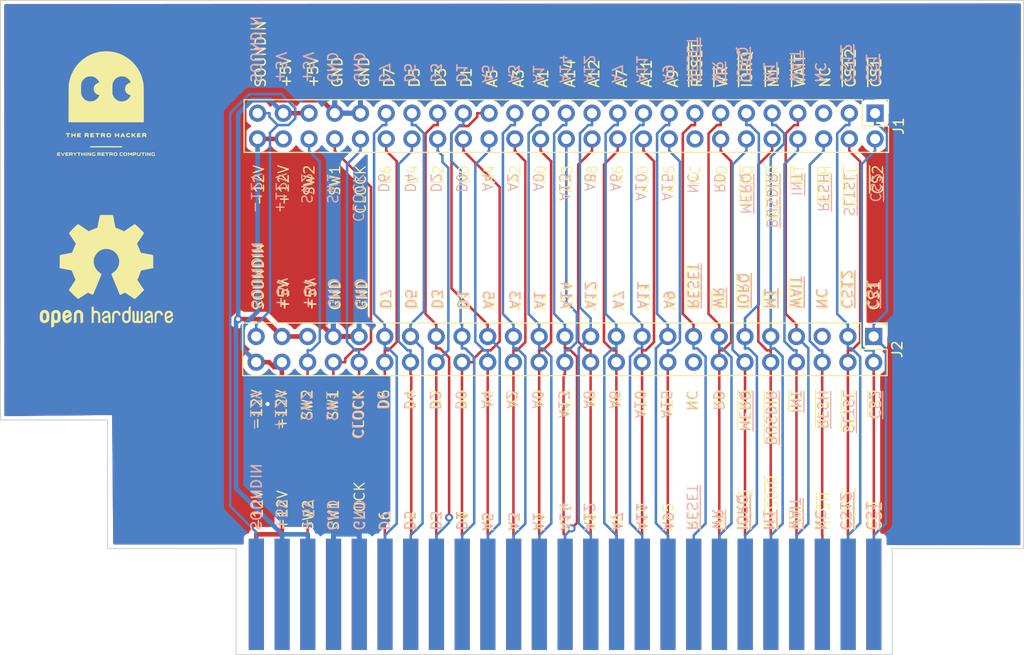
<source format=kicad_pcb>
(kicad_pcb (version 20221018) (generator pcbnew)
  (layers (0 "F.Cu" signal) (31 "B.Cu" signal) (34 "B.Paste" user) (35 "F.Paste" user) (36 "B.SilkS" user "B.Silkscreen") (37 "F.SilkS" user "F.Silkscreen") (38 "B.Mask" user) (39 "F.Mask" user) (44 "Edge.Cuts" user))
  (net 0 "")
  (net 1 "/~{CS1}")
  (net 2 "/~{CS12}")
  (net 4 "/~{WAIT}")
  (net 5 "/~{M1}")
  (net 6 "/~{IORQ}")
  (net 7 "/~{WR}")
  (net 8 "/~{RESET}")
  (net 9 "/A9")
  (net 10 "/A11")
  (net 11 "/A7")
  (net 12 "/A12")
  (net 13 "/A14")
  (net 14 "/A1")
  (net 15 "/A3")
  (net 16 "/A5")
  (net 17 "/D1")
  (net 18 "/D3")
  (net 19 "/D5")
  (net 20 "/D7")
  (net 21 "/GND")
  (net 22 "/+5V")
  (net 23 "/SOUNDOUT")
  (net 24 "/+12V")
  (net 25 "/SW2")
  (net 26 "/SW1")
  (net 27 "/CLOCK")
  (net 28 "/D6")
  (net 29 "/D4")
  (net 30 "/D2")
  (net 31 "/D0")
  (net 32 "/A4")
  (net 33 "/A2")
  (net 34 "/A0")
  (net 35 "/A13")
  (net 36 "/A8")
  (net 37 "/A6")
  (net 38 "/A10")
  (net 39 "/A15")
  (net 41 "/~{RD}")
  (net 42 "/~{MERQ}")
  (net 43 "/~{BUSDIR}")
  (net 44 "/~{CS2}")
  (net 45 "/~{SLTSL}")
  (net 46 "/~{RFSH}")
  (net 47 "/~{INT}")
  (footprint "CRISAG:msx_cartridge" (layer "F.Cu") (at 149.1488 121.3358)
    (fp_text reference "BUS1" hide)
    (fp_text value "MSX_SLOT_EDGE-CON" hide)
  )
  (footprint "Connector_PinHeader_2.54mm:PinHeader_2x25_P2.54mm_Vertical" (layer "F.Cu") (at 179.61 95.74 -90)
    (fp_text reference "J2")
    (fp_text value "Conn_02x25_Odd_Even")
  )
  (footprint "Connector_PinHeader_2.54mm:PinHeader_2x25_P2.54mm_Vertical" (layer "F.Cu") (at 179.75 73.68 -90)
    (fp_text reference "J1")
    (fp_text value "Conn_02x25_Odd_Even")
  )
  (footprint "CRISAG:TRH" (layer "F.Cu") (at 103.87 72.68)
    (fp_text reference "G***" hide)
    (fp_text value "LOGO" hide)
  )
  (footprint "Symbol:OSHW-Logo2_14.6x12mm_SilkScreen" (layer "F.Cu") (at 103.87 89.28)
    (fp_text reference "REF**" hide)
    (fp_text value "OSHW-Logo2_14.6x12mm_SilkScreen" hide)
  )
  (gr_line (start 103.9716 116.6876) (end 116.6716 116.6876) (stroke (width 0.1)) (layer "Edge.Cuts"))
  (gr_line (start 116.6716 127.1651) (end 181.4416 127.1651) (stroke (width 0.1)) (layer "Edge.Cuts"))
  (gr_line (start 93.41155 103.9876) (end 103.9716 103.9876) (stroke (width 0.1)) (layer "Edge.Cuts"))
  (gr_line (start 181.4416 116.6876) (end 194.4116 116.6876) (stroke (width 0.1)) (layer "Edge.Cuts"))
  (gr_line (start 93.41155 103.9876) (end 93.41155 62.54572) (stroke (width 0.1)) (layer "Edge.Cuts"))
  (gr_line (start 194.4116 62.54572) (end 93.41155 62.54572) (stroke (width 0.1)) (layer "Edge.Cuts"))
  (gr_line (start 181.4416 127.1651) (end 181.4416 116.6876) (stroke (width 0.1)) (layer "Edge.Cuts"))
  (gr_line (start 116.6716 116.6876) (end 116.6716 127.1651) (stroke (width 0.1)) (layer "Edge.Cuts"))
  (gr_line (start 103.9716 103.9876) (end 103.9716 116.6876) (stroke (width 0.1)) (layer "Edge.Cuts"))
  (gr_line (start 194.4116 116.6876) (end 194.4116 62.54572) (stroke (width 0.1)) (layer "Edge.Cuts"))
  (gr_text "~{WR}" (at 163.576 115 270) (layer "B.SilkS") (effects (font (size 1 1)) (justify left bottom mirror)))
  (gr_text "CLOCK" (at 128.1184 79.5 -90) (layer "B.SilkS") (effects (font (size 1 1) (thickness 0.125)) (justify right bottom mirror)))
  (gr_text "GND" (at 128.3188 93.0984 270) (layer "B.SilkS") (effects (font (size 1 1)) (justify left bottom mirror)))
  (gr_text "RD" (at 163.78 79.5 -90) (layer "B.SilkS") (effects (font (size 1 1) (thickness 0.125)) (justify right bottom mirror)))
  (gr_text "A5" (at 140.8716 70.77 270) (layer "B.SilkS") (effects (font (size 1 1)) (justify left bottom mirror)))
  (gr_text "D3" (at 135.7884 115 270) (layer "B.SilkS") (effects (font (size 1 1)) (justify left bottom mirror)))
  (gr_text "~{INT}" (at 171.4 79.5 -90) (layer "B.SilkS") (effects (font (size 1 1) (thickness 0.125)) (justify right bottom mirror)))
  (gr_text "-12V" (at 118.06 79.5 270) (layer "B.SilkS") (effects (font (size 1 1) (thickness 0.125)) (justify right bottom mirror)))
  (gr_text "~{BUSDIR}" (at 168.9616 79.5 -90) (layer "B.SilkS") (effects (font (size 1 1) (thickness 0.125)) (justify right bottom mirror)))
  (gr_text "~{IORQ}" (at 166.114 93.0984 270) (layer "B.SilkS") (effects (font (size 1 1)) (justify left bottom mirror)))
  (gr_text "~{SLTSL}" (at 176.5816 79.5 -90) (layer "B.SilkS") (effects (font (size 1 1) (thickness 0.125)) (justify right bottom mirror)))
  (gr_text "~{CS12}" (at 176.2532 70.77 270) (layer "B.SilkS") (effects (font (size 1 1)) (justify left bottom mirror)))
  (gr_text "A2" (at 143.3584 79.5 -90) (layer "B.SilkS") (effects (font (size 1 1) (thickness 0.125)) (justify right bottom mirror)))
  (gr_text "~{CS1}" (at 178.8696 93.0984 270) (layer "B.SilkS") (effects (font (size 1 1)) (justify left bottom mirror)))
  (gr_text "+5V" (at 120.4976 115 270) (layer "B.SilkS") (effects (font (size 1 1)) (justify left bottom mirror)))
  (gr_text "D7" (at 130.808 93.0984 270) (layer "B.SilkS") (effects (font (size 1 1)) (justify left bottom mirror)))
  (gr_text "SW2\n" (at 122.962422 100.98 -90) (layer "B.SilkS") (effects (font (size 1 1) (thickness 0.125)) (justify right bottom mirror)))
  (gr_text "~{CS12}" (at 176.25 115 270) (layer "B.SilkS") (effects (font (size 1 1)) (justify left bottom mirror)))
  (gr_text "D7" (at 130.7084 115 270) (layer "B.SilkS") (effects (font (size 1 1)) (justify left bottom mirror)))
  (gr_text "A12" (at 151.0264 93.0984 270) (layer "B.SilkS") (effects (font (size 1 1)) (justify left bottom mirror)))
  (gr_text "+5V" (at 123.1932 70.77 270) (layer "B.SilkS") (effects (font (size 1 1)) (justify left bottom mirror)))
  (gr_text "~{IORQ}" (at 166.0144 115 270) (layer "B.SilkS") (effects (font (size 1 1)) (justify left bottom mirror)))
  (gr_text "+5V" (at 120.5972 93.0984 270) (layer "B.SilkS") (effects (font (size 1 1)) (justify left bottom mirror)))
  (gr_text "D2" (at 135.7892 79.5 -90) (layer "B.SilkS") (effects (font (size 1 1) (thickness 0.125)) (justify right bottom mirror)))
  (gr_text "~{MERQ}" (at 166.294822 100.98 -90) (layer "B.SilkS") (effects (font (size 1 1) (thickness 0.125)) (justify right bottom mirror)))
  (gr_text "A7" (at 153.7696 93.0984 270) (layer "B.SilkS") (effects (font (size 1 1)) (justify left bottom mirror)))
  (gr_text "CLOCK" (at 128.042422 100.98 -90) (layer "B.SilkS") (effects (font (size 1 1) (thickness 0.125)) (justify right bottom mirror)))
  (gr_text "A10" (at 155.931622 100.98 -90) (layer "B.SilkS") (effects (font (size 1 1) (thickness 0.125)) (justify right bottom mirror)))
  (gr_text "A1" (at 145.9008 70.77 270) (layer "B.SilkS") (effects (font (size 1 1)) (justify left bottom mirror)))
  (gr_text "~{RESET}" (at 161.1864 93.0984 270) (layer "B.SilkS") (effects (font (size 1 1)) (justify left bottom mirror)))
  (gr_text "~{RESET}" (at 161.09 70.77 270) (layer "B.SilkS") (effects (font (size 1 1)) (justify left bottom mirror)))
  (gr_text "A7" (at 153.67 115 270) (layer "B.SilkS") (effects (font (size 1 1)) (justify left bottom mirror)))
  (gr_text "A11" (at 156.1116 70.77 270) (layer "B.SilkS") (effects (font (size 1 1)) (justify left bottom mirror)))
  (gr_text "D7" (at 130.7116 70.77 270) (layer "B.SilkS") (effects (font (size 1 1)) (justify left bottom mirror)))
  (gr_text "A6" (at 153.442422 100.98 -90) (layer "B.SilkS") (effects (font (size 1 1) (thickness 0.125)) (justify right bottom mirror)))
  (gr_text "D1" (at 138.3316 70.77 270) (layer "B.SilkS") (effects (font (size 1 1)) (justify left bottom mirror)))
  (gr_text "~{WAIT}" (at 171.3464 93.0984 270) (layer "B.SilkS") (effects (font (size 1 1)) (justify left bottom mirror)))
  (gr_text "GND" (at 125.6772 93.0984 270) (layer "B.SilkS") (effects (font (size 1 1)) (justify left bottom mirror)))
  (gr_text "+12V" (at 120.4984 79.5 -90) (layer "B.SilkS") (effects (font (size 1 1) (thickness 0.125)) (justify right bottom mirror)))
  (gr_text "A15" (at 158.5984 79.5 -90) (layer "B.SilkS") (effects (font (size 1 1) (thickness 0.125)) (justify right bottom mirror)))
  (gr_text "GND" (at 125.5808 70.77 270) (layer "B.SilkS") (effects (font (size 1 1)) (justify left bottom mirror)))
  (gr_text "D5" (at 133.2972 93.0984 270) (layer "B.SilkS") (effects (font (size 1 1)) (justify left bottom mirror)))
  (gr_text "-12V" (at 117.984022 100.98 270) (layer "B.SilkS") (effects (font (size 1 1) (thickness 0.125)) (justify right bottom mirror)))
  (gr_text "~{WR}" (at 163.5792 70.77 270) (layer "B.SilkS") (effects (font (size 1 1)) (justify left bottom mirror)))
  (gr_text "GND" (at 128.2192 115 270) (layer "B.SilkS") (effects (font (size 1 1)) (justify left bottom mirror)))
  (gr_text "D0" (at 138.253222 100.98 -90) (layer "B.SilkS") (effects (font (size 1 1) (thickness 0.125)) (justify right bottom mirror)))
  (gr_text "A14" (at 148.5392 115 270) (layer "B.SilkS") (effects (font (size 1 1)) (justify left bottom mirror)))
  (gr_text "NC" (at 173.736 115 270) (layer "B.SilkS") (effects (font (size 1 1)) (justify left bottom mirror)))
  (gr_text "A9" (at 158.7024 70.77 270) (layer "B.SilkS") (effects (font (size 1 1)) (justify left bottom mirror)))
  (gr_text "~{WAIT}" (at 171.25 70.77 270) (layer "B.SilkS") (effects (font (size 1 1)) (justify left bottom mirror)))
  (gr_text "D2" (at 135.713222 100.98 -90) (layer "B.SilkS") (effects (font (size 1 1) (thickness 0.125)) (justify right bottom mirror)))
  (gr_text "+5V" (at 120.5008 70.77 270) (layer "B.SilkS") (effects (font (size 1 1)) (justify left bottom mirror)))
  (gr_text "GND" (at 125.5776 115 270) (layer "B.SilkS") (effects (font (size 1 1)) (justify left bottom mirror)))
  (gr_text "+5V" (at 123.19 115 270) (layer "B.SilkS") (effects (font (size 1 1)) (justify left bottom mirror)))
  (gr_text "D5" (at 133.2008 70.77 270) (layer "B.SilkS") (effects (font (size 1 1)) (justify left bottom mirror)))
  (gr_text "SOUNDIN" (at 118.0116 70.77 270) (layer "B.SilkS") (effects (font (size 1 1)) (justify left bottom mirror)))
  (gr_text "SW2\n" (at 123.0384 79.5 -90) (layer "B.SilkS") (effects (font (size 1 1) (thickness 0.125)) (justify right bottom mirror)))
  (gr_text "D3" (at 135.888 93.0984 270) (layer "B.SilkS") (effects (font (size 1 1)) (justify left bottom mirror)))
  (gr_text "D4" (at 133.173222 100.98 -90) (layer "B.SilkS") (effects (font (size 1 1) (thickness 0.125)) (justify right bottom mirror)))
  (gr_text "A12" (at 150.9268 115 270) (layer "B.SilkS") (effects (font (size 1 1)) (justify left bottom mirror)))
  (gr_text "~{RESET}" (at 161.0868 115 270) (layer "B.SilkS") (effects (font (size 1 1)) (justify left bottom mirror)))
  (gr_text "~{RFSH}" (at 174.0416 79.5 -90) (layer "B.SilkS") (effects (font (size 1 1) (thickness 0.125)) (justify right bottom mirror)))
  (gr_text "~{CS12}" (at 176.3496 93.0984 270) (layer "B.SilkS") (effects (font (size 1 1)) (justify left bottom mirror)))
  (gr_text "~{M1}" (at 168.7556 93.0984 270) (layer "B.SilkS") (effects (font (size 1 1)) (justify left bottom mirror)))
  (gr_text "A8" (at 150.902422 100.98 -90) (layer "B.SilkS") (effects (font (size 1 1) (thickness 0.125)) (justify right bottom mirror)))
  (gr_text "A9" (at 158.6992 115 270) (layer "B.SilkS") (effects (font (size 1 1)) (justify left bottom mirror)))
  (gr_text "~{MERQ}" (at 166.3708 79.5 -90) (layer "B.SilkS") (effects (font (size 1 1) (thickness 0.125)) (justify right bottom mirror)))
  (gr_text "A5" (at 140.968 93.0984 270) (layer "B.SilkS") (effects (font (size 1 1)) (justify left bottom mirror)))
  (gr_text "A14" (at 148.5424 70.77 270) (layer "B.SilkS") (effects (font (size 1 1)) (justify left bottom mirror)))
  (gr_text "D4" (at 133.2492 79.5 -90) (layer "B.SilkS") (effects (font (size 1 1) (thickness 0.125)) (justify right bottom mirror)))
  (gr_text "A15" (at 158.522422 100.98 -90) (layer "B.SilkS") (effects (font (size 1 1) (thickness 0.125)) (justify right bottom mirror)))
  (gr_text "A8" (at 150.9784 79.5 -90) (layer "B.SilkS") (effects (font (size 1 1) (thickness 0.125)) (justify right bottom mirror)))
  (gr_text "~{CS2}" (at 179.096422 100.98 -90) (layer "B.SilkS") (effects (font (size 1 1) (thickness 0.125)) (justify right bottom mirror)))
  (gr_text "A11" (at 156.208 93.0984 270) (layer "B.SilkS") (effects (font (size 1 1)) (justify left bottom mirror)))
  (gr_text "RD" (at 163.704022 100.98 -90) (layer "B.SilkS") (effects (font (size 1 1) (thickness 0.125)) (justify right bottom mirror)))
  (gr_text "~{CS2}" (at 179.1724 79.5 -90) (layer "B.SilkS") (effects (font (size 1 1) (thickness 0.125)) (justify right bottom mirror)))
  (gr_text "A0" (at 145.8984 79.5 -90) (layer "B.SilkS") (effects (font (size 1 1) (thickness 0.125)) (justify right bottom mirror)))
  (gr_text "A4" (at 140.793222 100.98 -90) (layer "B.SilkS") (effects (font (size 1 1) (thickness 0.125)) (justify right bottom mirror)))
  (gr_text "D0" (at 138.3292 79.5 -90) (layer "B.SilkS") (effects (font (size 1 1) (thickness 0.125)) (justify right bottom mirror)))
  (gr_text "~{CS1}" (at 178.7732 70.77 270) (layer "B.SilkS") (effects (font (size 1 1)) (justify left bottom mirror)))
  (gr_text "NC" (at 161.062422 100.98 -90) (layer "B.SilkS") (effects (font (size 1 1) (thickness 0.125)) (justify right bottom mirror)))
  (gr_text "~{SLTSL}" (at 176.505622 100.98 -90) (layer "B.SilkS") (effects (font (size 1 1) (thickness 0.125)) (justify right bottom mirror)))
  (gr_text "D6" (at 130.531622 100.98 -90) (layer "B.SilkS") (effects (font (size 1 1) (thickness 0.125)) (justify right bottom mirror)))
  (gr_text "+5V" (at 123.2896 93.0984 270) (layer "B.SilkS") (effects (font (size 1 1)) (justify left bottom mirror)))
  (gr_text "A11" (at 156.1084 115 270) (layer "B.SilkS") (effects (font (size 1 1)) (justify left bottom mirror)))
  (gr_text "A0" (at 145.822422 100.98 -90) (layer "B.SilkS") (effects (font (size 1 1) (thickness 0.125)) (justify right bottom mirror)))
  (gr_text "GND" (at 128.2224 70.77 270) (layer "B.SilkS") (effects (font (size 1 1)) (justify left bottom mirror)))
  (gr_text "A5" (at 140.8684 115 270) (layer "B.SilkS") (effects (font (size 1 1)) (justify left bottom mirror)))
  (gr_text "D5" (at 133.1976 115 270) (layer "B.SilkS") (effects (font (size 1 1)) (justify left bottom mirror)))
  (gr_text "A3" (at 143.4592 115 270) (layer "B.SilkS") (effects (font (size 1 1)) (justify left bottom mirror)))
  (gr_text "A13" (at 148.413222 100.98 -90) (layer "B.SilkS") (effects (font (size 1 1) (thickness 0.125)) (justify right bottom mirror)))
  (gr_text "NC" (at 173.7392 70.77 270) (layer "B.SilkS") (effects (font (size 1 1)) (justify left bottom mirror)))
  (gr_text "SW1" (at 125.5784 79.5 -90) (layer "B.SilkS") (effects (font (size 1 1) (thickness 0.125)) (justify right bottom mirror)))
  (gr_text "~{CS1}" (at 178.77 115 270) (layer "B.SilkS") (effects (font (size 1 1)) (justify left bottom mirror)))
  (gr_text "A14" (at 148.6388 93.0984 270) (layer "B.SilkS") (effects (font (size 1 1)) (justify left bottom mirror)))
  (gr_text "SW1" (at 125.502422 100.98 -90) (layer "B.SilkS") (effects (font (size 1 1) (thickness 0.125)) (justify right bottom mirror)))
  (gr_text "~{IORQ}" (at 166.0176 70.77 270) (layer "B.SilkS") (effects (font (size 1 1)) (justify left bottom mirror)))
  (gr_text "SOUNDIN" (at 118.0084 115 270) (layer "B.SilkS") (effects (font (size 1 1)) (justify left bottom mirror)))
  (gr_text "~{M1}" (at 168.656 115 270) (layer "B.SilkS") (effects (font (size 1 1)) (justify left bottom mirror)))
  (gr_text "D6" (at 130.6076 79.5 -90) (layer "B.SilkS") (effects (font (size 1 1) (thickness 0.125)) (justify right bottom mirror)))
  (gr_text "A10" (at 156.0076 79.5 -90) (layer "B.SilkS") (effects (font (size 1 1) (thickness 0.125)) (justify right bottom mirror)))
  (gr_text "A1" (at 145.8976 115 270) (layer "B.SilkS") (effects (font (size 1 1)) (justify left bottom mirror)))
  (gr_text "A4" (at 140.8692 79.5 -90) (layer "B.SilkS") (effects (font (size 1 1) (thickness 0.125)) (justify right bottom mirror)))
  (gr_text "NC" (at 161.1384 79.5 -90) (layer "B.SilkS") (effects (font (size 1 1) (thickness 0.125)) (justify right bottom mirror)))
  (gr_text "A3" (at 143.5588 93.0984 270) (layer "B.SilkS") (effects (font (size 1 1)) (justify left bottom mirror)))
  (gr_text "A3" (at 143.4624 70.77 270) (layer "B.SilkS") (effects (font (size 1 1)) (justify left bottom mirror)))
  (gr_text "~{WAIT}" (at 171.2468 115 270) (layer "B.SilkS") (effects (font (size 1 1)) (justify left bottom mirror)))
  (gr_text "A6" (at 153.5184 79.5 -90) (layer "B.SilkS") (effects (font (size 1 1) (thickness 0.125)) (justify right bottom mirror)))
  (gr_text "~{BUSDIR}" (at 168.885622 100.98 -90) (layer "B.SilkS") (effects (font (size 1 1) (thickness 0.125)) (justify right bottom mirror)))
  (gr_text "D1" (at 138.428 93.0984 270) (layer "B.SilkS") (effects (font (size 1 1)) (justify left bottom mirror)))
  (gr_text "A9" (at 158.7988 93.0984 270) (layer "B.SilkS") (effects (font (size 1 1)) (justify left bottom mirror)))
  (gr_text "~{WR}" (at 163.6756 93.0984 270) (layer "B.SilkS") (effects (font (size 1 1)) (justify left bottom mirror)))
  (gr_text "~{RFSH}" (at 173.965622 100.98 -90) (layer "B.SilkS") (effects (font (size 1 1) (thickness 0.125)) (justify right bottom mirror)))
  (gr_text "A2" (at 143.282422 100.98 -90) (layer "B.SilkS") (effects (font (size 1 1) (thickness 0.125)) (justify right bottom mirror)))
  (gr_text "D3" (at 135.7916 70.77 270) (layer "B.SilkS") (effects (font (size 1 1)) (justify left bottom mirror)))
  (gr_text "SOUNDIN" (at 118.108 93.0984 270) (layer "B.SilkS") (effects (font (size 1 1)) (justify left bottom mirror)))
  (gr_text "A7" (at 153.6732 70.77 270) (layer "B.SilkS") (effects (font (size 1 1)) (justify left bottom mirror)))
  (gr_text "+12V" (at 120.422422 100.98 -90) (layer "B.SilkS") (effects (font (size 1 1) (thickness 0.125)) (justify right bottom mirror)))
  (gr_text "~{INT}" (at 171.324022 100.98 -90) (layer "B.SilkS") (effects (font (size 1 1) (thickness 0.125)) (justify right bottom mirror)))
  (gr_text "A12" (at 150.93 70.77 270) (layer "B.SilkS") (effects (font (size 1 1)) (justify left bottom mirror)))
  (gr_text "A13" (at 148.4892 79.5 -90) (layer "B.SilkS") (effects (font (size 1 1) (thickness 0.125)) (justify right bottom mirror)))
  (gr_text "NC" (at 173.8356 93.0984 270) (layer "B.SilkS") (effects (font (size 1 1)) (justify left bottom mirror)))
  (gr_text "~{M1}" (at 168.6592 70.77 270) (layer "B.SilkS") (effects (font (size 1 1)) (justify left bottom mirror)))
  (gr_text "D1" (at 138.3284 115 270) (layer "B.SilkS") (effects (font (size 1 1)) (justify left bottom mirror)))
  (gr_text "A1" (at 145.9972 93.0984 270) (layer "B.SilkS") (effects (font (size 1 1)) (justify left bottom mirror)))
  (gr_text "CLOCK" (at 129.4384 115 90) (layer "F.SilkS") (effects (font (size 1 1) (thickness 0.125)) (justify left bottom)))
  (gr_text "D2" (at 137.2304 78.7092 90) (layer "F.SilkS") (effects (font (size 1 1) (thickness 0.125)) (justify right bottom)))
  (gr_text "D4" (at 134.4996 100.8708 90) (layer "F.SilkS") (effects (font (size 1 1) (thickness 0.125)) (justify right bottom)))
  (gr_text "+5V" (at 124.6608 93.26 -270) (layer "F.SilkS") (effects (font (size 1 1)) (justify left bottom)))
  (gr_text "RD" (at 165.2212 78.7092 90) (layer "F.SilkS") (effects (font (size 1 1) (thickness 0.125)) (justify right bottom)))
  (gr_text "-12V" (at 119.38 115 90) (layer "F.SilkS") (effects (font (size 1 1) (thickness 0.125)) (justify left bottom)))
  (gr_text "~{RESET}" (at 162.755016 71.24 -270) (layer "F.SilkS") (effects (font (size 1 1)) (justify left bottom)))
  (gr_text "D4" (at 134.5692 115 90) (layer "F.SilkS") (effects (font (size 1 1) (thickness 0.125)) (justify left bottom)))
  (gr_text "A15" (at 159.9184 115 90) (layer "F.SilkS") (effects (font (size 1 1) (thickness 0.125)) (justify left bottom)))
  (gr_text "A5" (at 142.3392 93.26 -270) (layer "F.SilkS") (effects (font (size 1 1)) (justify left bottom)))
  (gr_text "A2" (at 144.6784 115 90) (layer "F.SilkS") (effects (font (size 1 1) (thickness 0.125)) (justify left bottom)))
  (gr_text "SW2\n" (at 124.2888 100.8708 90) (layer "F.SilkS") (effects (font (size 1 1) (thickness 0.125)) (justify right bottom)))
  (gr_text "SOUNDIN" (at 119.4792 93.26 -270) (layer "F.SilkS") (effects (font (size 1 1)) (justify left bottom)))
  (gr_text "D4" (at 134.6904 78.7092 90) (layer "F.SilkS") (effects (font (size 1 1) (thickness 0.125)) (justify right bottom)))
  (gr_text "D3" (at 137.2592 93.26 -270) (layer "F.SilkS") (effects (font (size 1 1)) (justify left bottom)))
  (gr_text "D7" (at 132.1792 93.26 -270) (layer "F.SilkS") (effects (font (size 1 1)) (justify left bottom)))
  (gr_text "D2" (at 137.1092 115 90) (layer "F.SilkS") (effects (font (size 1 1) (thickness 0.125)) (justify left bottom)))
  (gr_text "~{BUSDIR}" (at 170.212 100.8708 90) (layer "F.SilkS") (effects (font (size 1 1) (thickness 0.125)) (justify right bottom)))
  (gr_text "A12" (at 152.3976 93.26 -270) (layer "F.SilkS") (effects (font (size 1 1)) (justify left bottom)))
  (gr_text "~{MERQ}" (at 167.812 78.7092 90) (layer "F.SilkS") (effects (font (size 1 1) (thickness 0.125)) (justify right bottom)))
  (gr_text "~{MERQ}" (at 167.6212 100.8708 90) (layer "F.SilkS") (effects (font (size 1 1) (thickness 0.125)) (justify right bottom)))
  (gr_text "~{INT}" (at 172.6504 100.8708 90) (layer "F.SilkS") (effects (font (size 1 1) (thickness 0.125)) (justify right bottom)))
  (gr_text "+5V" (at 122.165816 71.24 -270) (layer "F.SilkS") (effects (font (size 1 1)) (justify left bottom)))
  (gr_text "RD" (at 165.0304 100.8708 90) (layer "F.SilkS") (effects (font (size 1 1) (thickness 0.125)) (justify right bottom)))
  (gr_text "A13" (at 149.7396 100.8708 90) (layer "F.SilkS") (effects (font (size 1 1) (thickness 0.125)) (justify right bottom)))
  (gr_text "~{CS2}" (at 180.6136 78.7092 90) (layer "F.SilkS") (effects (font (size 1 1) (thickness 0.125)) (justify right bottom)))
  (gr_text "A6" (at 154.9596 78.7092 90) (layer "F.SilkS") (effects (font (size 1 1) (thickness 0.125)) (justify right bottom)))
  (gr_text "A10" (at 157.3276 115 90) (layer "F.SilkS") (effects (font (size 1 1) (thickness 0.125)) (justify left bottom)))
  (gr_text "~{CS2}" (at 180.4228 100.8708 90) (layer "F.SilkS") (effects (font (size 1 1) (thickness 0.125)) (justify right bottom)))
  (gr_text "~{MERQ}" (at 167.6908 115 90) (layer "F.SilkS") (effects (font (size 1 1) (thickness 0.125)) (justify left bottom)))
  (gr_text "A5" (at 142.536616 71.24 -270) (layer "F.SilkS") (effects (font (size 1 1)) (justify left bottom)))
  (gr_text "+5V" (at 124.858216 71.24 -270) (layer "F.SilkS") (effects (font (size 1 1)) (justify left bottom)))
  (gr_text "D1" (at 139.7992 93.26 -270) (layer "F.SilkS") (effects (font (size 1 1)) (justify left bottom)))
  (gr_text "~{M1}" (at 170.1268 93.26 -270) (layer "F.SilkS") (effects (font (size 1 1)) (justify left bottom)))
  (gr_text "D6" (at 131.858 100.8708 90) (layer "F.SilkS") (effects (font (size 1 1) (thickness 0.125)) (justify right bottom)))
  (gr_text "GND" (at 129.69 93.26 -270) (layer "F.SilkS") (effects (font (size 1 1)) (justify left bottom)))
  (gr_text "SW2\n" (at 124.4796 78.7092 90) (layer "F.SilkS") (effects (font (size 1 1) (thickness 0.125)) (justify right bottom)))
  (gr_text "A9" (at 160.367416 71.24 -270) (layer "F.SilkS") (effects (font (size 1 1)) (justify left bottom)))
  (gr_text "A10" (at 157.258 100.8708 90) (layer "F.SilkS") (effects (font (size 1 1) (thickness 0.125)) (justify right bottom)))
  (gr_text "D5" (at 134.865816 71.24 -270) (layer "F.SilkS") (effects (font (size 1 1)) (justify left bottom)))
  (gr_text "D5" (at 134.6684 93.26 -270) (layer "F.SilkS") (effects (font (size 1 1)) (justify left bottom)))
  (gr_text "~{SLTSL}" (at 178.0228 78.7092 90) (layer "F.SilkS") (effects (font (size 1 1) (thickness 0.125)) (justify right bottom)))
  (gr_text "A7" (at 155.1408 93.26 -270) (layer "F.SilkS") (effects (font (size 1 1)) (justify left bottom)))
  (gr_text "A4" (at 142.1196 100.8708 90) (layer "F.SilkS") (effects (font (size 1 1) (thickness 0.125)) (justify right bottom)))
  (gr_text "A10" (at 157.4488 78.7092 90) (layer "F.SilkS") (effects (font (size 1 1) (thickness 0.125)) (justify right bottom)))
  (gr_text "A15" (at 160.0396 78.7092 90) (layer "F.SilkS") (effects (font (size 1 1) (thickness 0.125)) (justify right bottom)))
  (gr_text "D0" (at 139.6492 115 90) (layer "F.SilkS") (effects (font (size 1 1) (thickness 0.125)) (justify left bottom)))
  (gr_text "~{BUSDIR}" (at 170.2816 115 90) (layer "F.SilkS") (effects (font (size 1 1) (thickness 0.125)) (justify left bottom)))
  (gr_text "SW1" (at 126.8984 115 90) (layer "F.SilkS") (effects (font (size 1 1) (thickness 0.125)) (justify left bottom)))
  (gr_text "~{CS1}" (at 180.2408 93.26 -270) (layer "F.SilkS") (effects (font (size 1 1)) (justify left bottom)))
  (gr_text "GND" (at 127.245816 71.24 -270) (layer "F.SilkS") (effects (font (size 1 1)) (justify left bottom)))
  (gr_text "D1" (at 139.996616 71.24 -270) (layer "F.SilkS") (effects (font (size 1 1)) (justify left bottom)))
  (gr_text "A9" (at 160.17 93.26 -270) (layer "F.SilkS") (effects (font (size 1 1)) (justify left bottom)))
  (gr_text "~{WAIT}" (at 172.7176 93.26 -270) (layer "F.SilkS") (effects (font (size 1 1)) (justify left bottom)))
  (gr_text "A0" (at 147.3396 78.7092 90) (layer "F.SilkS") (effects (font (size 1 1) (thickness 0.125)) (justify right bottom)))
  (gr_text "A11" (at 157.776616 71.24 -270) (layer "F.SilkS") (effects (font (size 1 1)) (justify left bottom)))
  (gr_text "NC" (at 162.4584 115 90) (layer "F.SilkS") (effects (font (size 1 1) (thickness 0.125)) (justify left bottom)))
  (gr_text "D0" (at 139.7704 78.7092 90) (layer "F.SilkS") (effects (font (size 1 1) (thickness 0.125)) (justify right bottom)))
  (gr_text "D7" (at 132.376616 71.24 -270) (layer "F.SilkS") (effects (font (size 1 1)) (justify left bottom)))
  (gr_text "D2" (at 137.0396 100.8708 90) (layer "F.SilkS") (effects (font (size 1 1) (thickness 0.125)) (justify right bottom)))
  (gr_text "~{INT}" (at 172.72 115 90) (layer "F.SilkS") (effects (font (size 1 1) (thickness 0.125)) (justify left bottom)))
  (gr_text "A13" (at 149.8092 115 90) (layer "F.SilkS") (effects (font (size 1 1) (thickness 0.125)) (justify left bottom)))
  (gr_text "-12V" (at 119.5012 78.7092 90) (layer "F.SilkS") (effects (font (size 1 1) (thickness 0.125)) (justify right bottom)))
  (gr_text "A14" (at 150.01 93.26 -270) (layer "F.SilkS") (effects (font (size 1 1)) (justify left bottom)))
  (gr_text "A4" (at 142.1892 115 90) (layer "F.SilkS") (effects (font (size 1 1) (thickness 0.125)) (justify left bottom)))
  (gr_text "NC" (at 162.3888 100.8708 90) (layer "F.SilkS") (effects (font (size 1 1) (thickness 0.125)) (justify right bottom)))
  (gr_text "A15" (at 159.8488 100.8708 90) (layer "F.SilkS") (effects (font (size 1 1) (thickness 0.125)) (justify right bottom)))
  (gr_text "A14" (at 150.207416 71.24 -270) (layer "F.SilkS") (effects (font (size 1 1)) (justify left bottom)))
  (gr_text "-12V" (at 119.3104 100.8708 90) (layer "F.SilkS") (effects (font (size 1 1) (thickness 0.125)) (justify right bottom)))
  (gr_text "GND" (at 127.0484 93.26 -270) (layer "F.SilkS") (effects (font (size 1 1)) (justify left bottom)))
  (gr_text "A6" (at 154.7688 100.8708 90) (layer "F.SilkS") (effects (font (size 1 1) (thickness 0.125)) (justify right bottom)))
  (gr_text "D0" (at 139.5796 100.8708 90) (layer "F.SilkS") (effects (font (size 1 1) (thickness 0.125)) (justify right bottom)))
  (gr_text "+5V" (at 121.9684 93.26 -270) (layer "F.SilkS") (effects (font (size 1 1)) (justify left bottom)))
  (gr_text "SW1" (at 126.8288 100.8708 90) (layer "F.SilkS") (effects (font (size 1 1) (thickness 0.125)) (justify right bottom)))
  (gr_text "D6" (at 131.9276 115 90) (layer "F.SilkS") (effects (font (size 1 1) (thickness 0.125)) (justify left bottom)))
  (gr_text "D6" (at 132.0488 78.7092 90) (layer "F.SilkS") (effects (font (size 1 1) (thickness 0.125)) (justify right bottom)))
  (gr_text "A11" (at 157.5792 93.26 -270) (layer "F.SilkS") (effects (font (size 1 1)) (justify left bottom)))
  (gr_text "A3" (at 144.93 93.26 -270) (layer "F.SilkS") (effects (font (size 1 1)) (justify left bottom)))
  (gr_text "+12V" (at 121.7488 100.8708 90) (layer "F.SilkS") (effects (font (size 1 1) (thickness 0.125)) (justify right bottom)))
  (gr_text "A8" (at 152.2984 115 90) (layer "F.SilkS") (effects (font (size 1 1) (thickness 0.125)) (justify left bottom)))
  (gr_text "~{RFSH}" (at 175.292 100.8708 90) (layer "F.SilkS") (effects (font (size 1 1) (thickness 0.125)) (justify right bottom)))
  (gr_text "~{SLTSL}" (at 177.832 100.8708 90) (layer "F.SilkS") (effects (font (size 1 1) (thickness 0.125)) (justify right bottom)))
  (gr_text "~{SLTSL}" (at 177.9016 115 90) (layer "F.SilkS") (effects (font (size 1 1) (thickness 0.125)) (justify left bottom)))
  (gr_text "~{CS2}" (at 180.4924 115 90) (layer "F.SilkS") (effects (font (size 1 1) (thickness 0.125)) (justify left bottom)))
  (gr_text "A13" (at 149.9304 78.7092 90) (layer "F.SilkS") (effects (font (size 1 1) (thickness 0.125)) (justify right bottom)))
  (gr_text "~{RFSH}" (at 175.4828 78.7092 90) (layer "F.SilkS") (effects (font (size 1 1) (thickness 0.125)) (justify right bottom)))
  (gr_text "~{RESET}" (at 162.5576 93.26 -270) (layer "F.SilkS") (effects (font (size 1 1)) (justify left bottom)))
  (gr_text "CLOCK" (at 129.5596 78.7092 90) (layer "F.SilkS") (effects (font (size 1 1) (thickness 0.125)) (justify right bottom)))
  (gr_text "+12V" (at 121.9396 78.7092 90) (layer "F.SilkS") (effects (font (size 1 1) (thickness 0.125)) (justify right bottom)))
  (gr_text "GND" (at 129.887416 71.24 -270) (layer "F.SilkS") (effects (font (size 1 1)) (justify left bottom)))
  (gr_text "~{IORQ}" (at 167.682616 71.24 -270) (layer "F.SilkS") (effects (font (size 1 1)) (justify left bottom)))
  (gr_text "SOUNDIN" (at 119.676616 71.24 -270) (layer "F.SilkS") (effects (font (size 1 1)) (justify left bottom)))
  (gr_text "~{WAIT}" (at 172.915016 71.24 -270) (layer "F.SilkS") (effects (font (size 1 1)) (justify left bottom)))
  (gr_text "A0" (at 147.2184 115 90) (layer "F.SilkS") (effects (font (size 1 1) (thickness 0.125)) (justify left bottom)))
  (gr_text "~{INT}" (at 172.8412 78.7092 90) (layer "F.SilkS") (effects (font (size 1 1) (thickness 0.125)) (justify right bottom)))
  (gr_text "A8" (at 152.4196 78.7092 90) (layer "F.SilkS") (effects (font (size 1 1) (thickness 0.125)) (justify right bottom)))
  (gr_text "A7" (at 155.338216 71.24 -270) (layer "F.SilkS") (effects (font (size 1 1)) (justify left bottom)))
  (gr_text "~{WR}" (at 165.0468 93.26 -270) (layer "F.SilkS") (effects (font (size 1 1)) (justify left bottom)))
  (gr_text "+12V" (at 121.8184 115 90) (layer "F.SilkS") (effects (font (size 1 1) (thickness 0.125)) (justify left bottom)))
  (gr_text "A1" (at 147.3684 93.26 -270) (layer "F.SilkS") (effects (font (size 1 1)) (justify left bottom)))
  (gr_text "CLOCK" (at 129.3688 100.8708 90) (layer "F.SilkS") (effects (font (size 1 1) (thickness 0.125)) (justify right bottom)))
  (gr_text "~{CS12}" (at 177.7208 93.26 -270) (layer "F.SilkS") (effects (font (size 1 1)) (justify left bottom)))
  (gr_text "NC" (at 175.2068 93.26 -270) (layer "F.SilkS") (effects (font (size 1 1)) (justify left bottom)))
  (gr_text "~{CS12}" (at 177.918216 71.24 -270) (layer "F.SilkS") (effects (font (size 1 1)) (justify left bottom)))
  (gr_text "A4" (at 142.3104 78.7092 90) (layer "F.SilkS") (effects (font (size 1 1) (thickness 0.125)) (justify right bottom)))
  (gr_text "~{IORQ}" (at 167.4852 93.26 -270) (layer "F.SilkS") (effects (font (size 1 1)) (justify left bottom)))
  (gr_text "A12" (at 152.595016 71.24 -270) (layer "F.SilkS") (effects (font (size 1 1)) (justify left bottom)))
  (gr_text "A8" (at 152.2288 100.8708 90) (layer "F.SilkS") (effects (font (size 1 1) (thickness 0.125)) (justify right bottom)))
  (gr_text "SW2\n" (at 124.3584 115 90) (layer "F.SilkS") (effects (font (size 1 1) (thickness 0.125)) (justify left bottom)))
  (gr_text "A2" (at 144.7996 78.7092 90) (layer "F.SilkS") (effects (font (size 1 1) (thickness 0.125)) (justify right bottom)))
  (gr_text "RD" (at 165.1 115 90) (layer "F.SilkS") (effects (font (size 1 1) (thickness 0.125)) (justify left bottom)))
  (gr_text "~{RFSH}" (at 175.3616 115 90) (layer "F.SilkS") (effects (font (size 1 1) (thickness 0.125)) (justify left bottom)))
  (gr_text "A2" (at 144.6088 100.8708 90) (layer "F.SilkS") (effects (font (size 1 1) (thickness 0.125)) (justify right bottom)))
  (gr_text "A6" (at 154.8384 115 90) (layer "F.SilkS") (effects (font (size 1 1) (thickness 0.125)) (justify left bottom)))
  (gr_text "~{WR}" (at 165.244216 71.24 -270) (layer "F.SilkS") (effects (font (size 1 1)) (justify left bottom)))
  (gr_text "D3" (at 137.456616 71.24 -270) (layer "F.SilkS") (effects (font (size 1 1)) (justify left bottom)))
  (gr_text "NC" (at 175.404216 71.24 -270) (layer "F.SilkS") (effects (font (size 1 1)) (justify left bottom)))
  (gr_text "A1" (at 147.565816 71.24 -270) (layer "F.SilkS") (effects (font (size 1 1)) (justify left bottom)))
  (gr_text "A0" (at 147.1488 100.8708 90) (layer "F.SilkS") (effects (font (size 1 1) (thickness 0.125)) (justify right bottom)))
  (gr_text "~{BUSDIR}" (at 170.4028 78.7092 90) (layer "F.SilkS") (effects (font (size 1 1) (thickness 0.125)) (justify right bottom)))
  (gr_text "~{CS1}" (at 180.438216 71.24 -270) (layer "F.SilkS") (effects (font (size 1 1)) (justify left bottom)))
  (gr_text "~{M1}" (at 170.324216 71.24 -270) (layer "F.SilkS") (effects (font (size 1 1)) (justify left bottom)))
  (gr_text "SW1" (at 127.0196 78.7092 90) (layer "F.SilkS") (effects (font (size 1 1) (thickness 0.125)) (justify right bottom)))
  (gr_text "NC" (at 162.5796 78.7092 90) (layer "F.SilkS") (effects (font (size 1 1) (thickness 0.125)) (justify right bottom)))
  (gr_text "A3" (at 145.127416 71.24 -270) (layer "F.SilkS") (effects (font (size 1 1)) (justify left bottom)))
  (segment (start 179.6288 115.3837) (end 180.8184 114.1941) (width 0.25) (layer "B.Cu") (net 1))
  (segment (start 180.8184 114.1941) (end 180.8184 96.9484) (width 0.25) (layer "B.Cu") (net 1))
  (segment (start 179.75 73.68) (end 179.75 74.8551) (width 0.25) (layer "B.Cu") (net 1))
  (segment (start 180.9251 75.6629) (end 180.1173 74.8551) (width 0.25) (layer "B.Cu") (net 1))
  (segment (start 180.9251 93.2498) (end 180.9251 75.6629) (width 0.25) (layer "B.Cu") (net 1))
  (segment (start 179.6288 121.2088) (end 179.6288 115.3837) (width 0.25) (layer "B.Cu") (net 1))
  (segment (start 180.1173 74.8551) (end 179.75 74.8551) (width 0.25) (layer "B.Cu") (net 1))
  (segment (start 180.8184 96.9484) (end 179.61 95.74) (width 0.25) (layer "B.Cu") (net 1))
  (segment (start 179.61 95.74) (end 179.61 94.5649) (width 0.25) (layer "B.Cu") (net 1))
  (segment (start 179.61 94.5649) (end 180.9251 93.2498) (width 0.25) (layer "B.Cu") (net 1))
  (segment (start 178.2849 114.1876) (end 178.2849 97.7648) (width 0.25) (layer "B.Cu") (net 2))
  (segment (start 177.07 95.74) (end 177.07 96.9151) (width 0.25) (layer "B.Cu") (net 2))
  (segment (start 176.8447 74.8551) (end 177.21 74.8551) (width 0.25) (layer "B.Cu") (net 2))
  (segment (start 177.07 95.74) (end 177.07 94.5649) (width 0.25) (layer "B.Cu") (net 2))
  (segment (start 177.21 73.68) (end 177.21 74.8551) (width 0.25) (layer "B.Cu") (net 2))
  (segment (start 177.07 94.5649) (end 176.0106 93.5055) (width 0.25) (layer "B.Cu") (net 2))
  (segment (start 177.4352 96.9151) (end 177.07 96.9151) (width 0.25) (layer "B.Cu") (net 2))
  (segment (start 178.2849 97.7648) (end 177.4352 96.9151) (width 0.25) (layer "B.Cu") (net 2))
  (segment (start 176.0106 75.6892) (end 176.8447 74.8551) (width 0.25) (layer "B.Cu") (net 2))
  (segment (start 176.0106 93.5055) (end 176.0106 75.6892) (width 0.25) (layer "B.Cu") (net 2))
  (segment (start 177.0888 115.3837) (end 178.2849 114.1876) (width 0.25) (layer "B.Cu") (net 2))
  (segment (start 177.0888 121.2088) (end 177.0888 115.3837) (width 0.25) (layer "B.Cu") (net 2))
  (segment (start 172.13 73.68) (end 172.13 74.8551) (width 0.25) (layer "F.Cu") (net 4))
  (segment (start 170.9306 75.6892) (end 171.7647 74.8551) (width 0.25) (layer "F.Cu") (net 4))
  (segment (start 171.99 95.74) (end 171.99 94.5649) (width 0.25) (layer "F.Cu") (net 4))
  (segment (start 170.9306 93.5055) (end 170.9306 75.6892) (width 0.25) (layer "F.Cu") (net 4))
  (segment (start 171.7647 74.8551) (end 172.13 74.8551) (width 0.25) (layer "F.Cu") (net 4))
  (segment (start 171.99 94.5649) (end 170.9306 93.5055) (width 0.25) (layer "F.Cu") (net 4))
  (segment (start 173.1652 114.2273) (end 173.1652 96.9152) (width 0.25) (layer "B.Cu") (net 4))
  (segment (start 173.1652 96.9152) (end 171.99 95.74) (width 0.25) (layer "B.Cu") (net 4))
  (segment (start 172.0088 121.2088) (end 172.0088 115.3837) (width 0.25) (layer "B.Cu") (net 4))
  (segment (start 172.0088 115.3837) (end 173.1652 114.2273) (width 0.25) (layer "B.Cu") (net 4))
  (segment (start 170.7786 76.6934) (end 169.45 78.022) (width 0.25) (layer "B.Cu") (net 5))
  (segment (start 169.4688 115.3837) (end 170.6285 114.224) (width 0.25) (layer "B.Cu") (net 5))
  (segment (start 170.6285 97.7284) (end 169.8152 96.9151) (width 0.25) (layer "B.Cu") (net 5))
  (segment (start 169.45 95.74) (end 169.45 96.9151) (width 0.25) (layer "B.Cu") (net 5))
  (segment (start 169.45 78.022) (end 169.45 94.5649) (width 0.25) (layer "B.Cu") (net 5))
  (segment (start 169.59 73.68) (end 169.59 74.8551) (width 0.25) (layer "B.Cu") (net 5))
  (segment (start 169.9572 74.8551) (end 170.7786 75.6765) (width 0.25) (layer "B.Cu") (net 5))
  (segment (start 169.59 74.8551) (end 169.9572 74.8551) (width 0.25) (layer "B.Cu") (net 5))
  (segment (start 169.8152 96.9151) (end 169.45 96.9151) (width 0.25) (layer "B.Cu") (net 5))
  (segment (start 169.45 95.74) (end 169.45 94.5649) (width 0.25) (layer "B.Cu") (net 5))
  (segment (start 170.6285 114.224) (end 170.6285 97.7284) (width 0.25) (layer "B.Cu") (net 5))
  (segment (start 170.7786 75.6765) (end 170.7786 76.6934) (width 0.25) (layer "B.Cu") (net 5))
  (segment (start 169.4688 121.2088) (end 169.4688 115.3837) (width 0.25) (layer "B.Cu") (net 5))
  (segment (start 167.4152 74.8551) (end 168.2749 75.7148) (width 0.25) (layer "B.Cu") (net 6))
  (segment (start 166.91 93.9283) (end 166.91 94.5649) (width 0.25) (layer "B.Cu") (net 6))
  (segment (start 166.9288 115.3837) (end 168.0852 114.2273) (width 0.25) (layer "B.Cu") (net 6))
  (segment (start 168.0852 97.7251) (end 167.2752 96.9151) (width 0.25) (layer "B.Cu") (net 6))
  (segment (start 167.05 74.8551) (end 167.4152 74.8551) (width 0.25) (layer "B.Cu") (net 6))
  (segment (start 168.0852 114.2273) (end 168.0852 97.7251) (width 0.25) (layer "B.Cu") (net 6))
  (segment (start 168.2749 92.5634) (end 166.91 93.9283) (width 0.25) (layer "B.Cu") (net 6))
  (segment (start 166.91 95.74) (end 166.91 94.5649) (width 0.25) (layer "B.Cu") (net 6))
  (segment (start 167.2752 96.9151) (end 166.91 96.9151) (width 0.25) (layer "B.Cu") (net 6))
  (segment (start 166.9288 121.2088) (end 166.9288 115.3837) (width 0.25) (layer "B.Cu") (net 6))
  (segment (start 166.91 95.74) (end 166.91 96.9151) (width 0.25) (layer "B.Cu") (net 6))
  (segment (start 168.2749 75.7148) (end 168.2749 92.5634) (width 0.25) (layer "B.Cu") (net 6))
  (segment (start 167.05 73.68) (end 167.05 74.8551) (width 0.25) (layer "B.Cu") (net 6))
  (segment (start 164.1447 74.8551) (end 164.51 74.8551) (width 0.25) (layer "F.Cu") (net 7))
  (segment (start 163.3106 93.5055) (end 163.3106 75.6892) (width 0.25) (layer "F.Cu") (net 7))
  (segment (start 164.51 73.68) (end 164.51 74.8551) (width 0.25) (layer "F.Cu") (net 7))
  (segment (start 164.37 94.5649) (end 163.3106 93.5055) (width 0.25) (layer "F.Cu") (net 7))
  (segment (start 164.37 95.74) (end 164.37 94.5649) (width 0.25) (layer "F.Cu") (net 7))
  (segment (start 163.3106 75.6892) (end 164.1447 74.8551) (width 0.25) (layer "F.Cu") (net 7))
  (segment (start 164.3888 121.2088) (end 164.3888 115.3837) (width 0.25) (layer "B.Cu") (net 7))
  (segment (start 164.3888 115.3837) (end 165.5768 114.1957) (width 0.25) (layer "B.Cu") (net 7))
  (segment (start 165.5768 97.8086) (end 164.6833 96.9151) (width 0.25) (layer "B.Cu") (net 7))
  (segment (start 164.6833 96.9151) (end 164.37 96.9151) (width 0.25) (layer "B.Cu") (net 7))
  (segment (start 165.5768 114.1957) (end 165.5768 97.8086) (width 0.25) (layer "B.Cu") (net 7))
  (segment (start 164.37 95.74) (end 164.37 96.9151) (width 0.25) (layer "B.Cu") (net 7))
  (segment (start 161.83 95.74) (end 161.83 94.5649) (width 0.25) (layer "F.Cu") (net 8))
  (segment (start 161.6047 74.8551) (end 161.97 74.8551) (width 0.25) (layer "F.Cu") (net 8))
  (segment (start 161.83 94.5649) (end 160.7706 93.5055) (width 0.25) (layer "F.Cu") (net 8))
  (segment (start 160.7706 93.5055) (end 160.7706 75.6892) (width 0.25) (layer "F.Cu") (net 8))
  (segment (start 160.7706 75.6892) (end 161.6047 74.8551) (width 0.25) (layer "F.Cu") (net 8))
  (segment (start 161.97 73.68) (end 161.97 74.8551) (width 0.25) (layer "F.Cu") (net 8))
  (segment (start 161.8488 115.3837) (end 163.0218 114.2107) (width 0.25) (layer "B.Cu") (net 8))
  (segment (start 162.1952 96.9151) (end 161.83 96.9151) (width 0.25) (layer "B.Cu") (net 8))
  (segment (start 163.0218 114.2107) (end 163.0218 97.7417) (width 0.25) (layer "B.Cu") (net 8))
  (segment (start 163.0218 97.7417) (end 162.1952 96.9151) (width 0.25) (layer "B.Cu") (net 8))
  (segment (start 161.83 95.74) (end 161.83 96.9151) (width 0.25) (layer "B.Cu") (net 8))
  (segment (start 161.8488 121.2088) (end 161.8488 115.3837) (width 0.25) (layer "B.Cu") (net 8))
  (segment (start 159.3088 121.2088) (end 159.3088 115.3837) (width 0.25) (layer "B.Cu") (net 9))
  (segment (start 159.29 95.74) (end 159.29 94.5649) (width 0.25) (layer "B.Cu") (net 9))
  (segment (start 159.3088 115.3837) (end 158.1148 114.1897) (width 0.25) (layer "B.Cu") (net 9))
  (segment (start 158.2306 75.6892) (end 159.0647 74.8551) (width 0.25) (layer "B.Cu") (net 9))
  (segment (start 158.1148 114.1897) (end 158.1148 96.9152) (width 0.25) (layer "B.Cu") (net 9))
  (segment (start 159.0647 74.8551) (end 159.43 74.8551) (width 0.25) (layer "B.Cu") (net 9))
  (segment (start 158.1148 96.9152) (end 159.29 95.74) (width 0.25) (layer "B.Cu") (net 9))
  (segment (start 159.29 94.5649) (end 158.2306 93.5055) (width 0.25) (layer "B.Cu") (net 9))
  (segment (start 159.43 73.68) (end 159.43 74.8551) (width 0.25) (layer "B.Cu") (net 9))
  (segment (start 158.2306 93.5055) (end 158.2306 75.6892) (width 0.25) (layer "B.Cu") (net 9))
  (segment (start 156.89 73.68) (end 156.89 74.8551) (width 0.25) (layer "B.Cu") (net 10))
  (segment (start 156.7688 115.3837) (end 155.5594 114.1743) (width 0.25) (layer "B.Cu") (net 10))
  (segment (start 156.5247 74.8551) (end 156.89 74.8551) (width 0.25) (layer "B.Cu") (net 10))
  (segment (start 156.75 95.74) (end 156.75 96.9151) (width 0.25) (layer "B.Cu") (net 10))
  (segment (start 156.75 95.74) (end 156.75 94.5649) (width 0.25) (layer "B.Cu") (net 10))
  (segment (start 156.3847 96.9151) (end 156.75 96.9151) (width 0.25) (layer "B.Cu") (net 10))
  (segment (start 155.5594 97.7404) (end 156.3847 96.9151) (width 0.25) (layer "B.Cu") (net 10))
  (segment (start 155.6906 93.5055) (end 155.6906 75.6892) (width 0.25) (layer "B.Cu") (net 10))
  (segment (start 155.6906 75.6892) (end 156.5247 74.8551) (width 0.25) (layer "B.Cu") (net 10))
  (segment (start 156.7688 121.2088) (end 156.7688 115.3837) (width 0.25) (layer "B.Cu") (net 10))
  (segment (start 155.5594 114.1743) (end 155.5594 97.7404) (width 0.25) (layer "B.Cu") (net 10))
  (segment (start 156.75 94.5649) (end 155.6906 93.5055) (width 0.25) (layer "B.Cu") (net 10))
  (segment (start 153.1506 93.5055) (end 153.1506 75.6892) (width 0.25) (layer "B.Cu") (net 11))
  (segment (start 153.8447 96.9151) (end 154.21 96.9151) (width 0.25) (layer "B.Cu") (net 11))
  (segment (start 153.9847 74.8551) (end 154.35 74.8551) (width 0.25) (layer "B.Cu") (net 11))
  (segment (start 154.2288 115.3837) (end 153.0194 114.1743) (width 0.25) (layer "B.Cu") (net 11))
  (segment (start 153.1506 75.6892) (end 153.9847 74.8551) (width 0.25) (layer "B.Cu") (net 11))
  (segment (start 154.21 95.74) (end 154.21 96.9151) (width 0.25) (layer "B.Cu") (net 11))
  (segment (start 153.0194 97.7404) (end 153.8447 96.9151) (width 0.25) (layer "B.Cu") (net 11))
  (segment (start 154.2288 121.2088) (end 154.2288 115.3837) (width 0.25) (layer "B.Cu") (net 11))
  (segment (start 153.0194 114.1743) (end 153.0194 97.7404) (width 0.25) (layer "B.Cu") (net 11))
  (segment (start 154.21 94.5649) (end 153.1506 93.5055) (width 0.25) (layer "B.Cu") (net 11))
  (segment (start 154.35 73.68) (end 154.35 74.8551) (width 0.25) (layer "B.Cu") (net 11))
  (segment (start 154.21 95.74) (end 154.21 94.5649) (width 0.25) (layer "B.Cu") (net 11))
  (segment (start 151.67 93.9284) (end 150.6168 92.8752) (width 0.25) (layer "B.Cu") (net 12))
  (segment (start 151.6888 121.2088) (end 151.6888 115.3837) (width 0.25) (layer "B.Cu") (net 12))
  (segment (start 151.67 94.5649) (end 151.67 93.9284) (width 0.25) (layer "B.Cu") (net 12))
  (segment (start 151.6888 115.3837) (end 150.4948 114.1897) (width 0.25) (layer "B.Cu") (net 12))
  (segment (start 150.6168 92.8752) (end 150.6168 75.6811) (width 0.25) (layer "B.Cu") (net 12))
  (segment (start 151.81 73.68) (end 151.81 74.8551) (width 0.25) (layer "B.Cu") (net 12))
  (segment (start 150.6168 75.6811) (end 151.4428 74.8551) (width 0.25) (layer "B.Cu") (net 12))
  (segment (start 150.4948 114.1897) (end 150.4948 96.9152) (width 0.25) (layer "B.Cu") (net 12))
  (segment (start 150.4948 96.9152) (end 151.67 95.74) (width 0.25) (layer "B.Cu") (net 12))
  (segment (start 151.67 95.74) (end 151.67 94.5649) (width 0.25) (layer "B.Cu") (net 12))
  (segment (start 151.4428 74.8551) (end 151.81 74.8551) (width 0.25) (layer "B.Cu") (net 12))
  (segment (start 150.3241 114.1594) (end 150.3241 97.744) (width 0.25) (layer "F.Cu") (net 13))
  (segment (start 149.4952 96.9151) (end 149.13 96.9151) (width 0.25) (layer "F.Cu") (net 13))
  (segment (start 149.7852 114.6983) (end 150.3241 114.1594) (width 0.25) (layer "F.Cu") (net 13))
  (segment (start 149.13 95.74) (end 149.13 96.9151) (width 0.25) (layer "F.Cu") (net 13))
  (segment (start 150.3241 97.744) (end 149.4952 96.9151) (width 0.25) (layer "F.Cu") (net 13))
  (via (at 149.7852 114.6983) (size 0.8) (drill 0.4) (layers "F.Cu" "B.Cu") (net 13))
  (segment (start 149.1488 115.3837) (end 149.7852 114.7473) (width 0.25) (layer "B.Cu") (net 13))
  (segment (start 149.1488 121.2088) (end 149.1488 115.3837) (width 0.25) (layer "B.Cu") (net 13))
  (segment (start 149.13 95.74) (end 149.13 94.5649) (width 0.25) (layer "B.Cu") (net 13))
  (segment (start 148.0706 93.5055) (end 148.0706 75.6892) (width 0.25) (layer "B.Cu") (net 13))
  (segment (start 148.0706 75.6892) (end 148.9047 74.8551) (width 0.25) (layer "B.Cu") (net 13))
  (segment (start 149.27 73.68) (end 149.27 74.8551) (width 0.25) (layer "B.Cu") (net 13))
  (segment (start 148.9047 74.8551) (end 149.27 74.8551) (width 0.25) (layer "B.Cu") (net 13))
  (segment (start 149.7852 114.7473) (end 149.7852 114.6983) (width 0.25) (layer "B.Cu") (net 13))
  (segment (start 149.13 94.5649) (end 148.0706 93.5055) (width 0.25) (layer "B.Cu") (net 13))
  (segment (start 146.59 94.5649) (end 145.5487 93.5236) (width 0.25) (layer "B.Cu") (net 14))
  (segment (start 145.5487 93.5236) (end 145.5487 75.6711) (width 0.25) (layer "B.Cu") (net 14))
  (segment (start 147.7876 114.2049) (end 147.7876 97.7475) (width 0.25) (layer "B.Cu") (net 14))
  (segment (start 146.59 95.74) (end 146.59 94.5649) (width 0.25) (layer "B.Cu") (net 14))
  (segment (start 146.59 95.74) (end 146.59 96.9151) (width 0.25) (layer "B.Cu") (net 14))
  (segment (start 146.6088 121.2088) (end 146.6088 115.3837) (width 0.25) (layer "B.Cu") (net 14))
  (segment (start 146.9552 96.9151) (end 146.59 96.9151) (width 0.25) (layer "B.Cu") (net 14))
  (segment (start 147.7876 97.7475) (end 146.9552 96.9151) (width 0.25) (layer "B.Cu") (net 14))
  (segment (start 146.3647 74.8551) (end 146.73 74.8551) (width 0.25) (layer "B.Cu") (net 14))
  (segment (start 145.5487 75.6711) (end 146.3647 74.8551) (width 0.25) (layer "B.Cu") (net 14))
  (segment (start 146.73 73.68) (end 146.73 74.8551) (width 0.25) (layer "B.Cu") (net 14))
  (segment (start 146.6088 115.3837) (end 147.7876 114.2049) (width 0.25) (layer "B.Cu") (net 14))
  (segment (start 143.8247 74.8551) (end 144.19 74.8551) (width 0.25) (layer "B.Cu") (net 15))
  (segment (start 144.05 95.74) (end 144.05 96.9151) (width 0.25) (layer "B.Cu") (net 15))
  (segment (start 144.0688 115.3837) (end 145.2252 114.2273) (width 0.25) (layer "B.Cu") (net 15))
  (segment (start 144.4152 96.9151) (end 144.05 96.9151) (width 0.25) (layer "B.Cu") (net 15))
  (segment (start 145.2252 97.7251) (end 144.4152 96.9151) (width 0.25) (layer "B.Cu") (net 15))
  (segment (start 144.05 94.5649) (end 143.0087 93.5236) (width 0.25) (layer "B.Cu") (net 15))
  (segment (start 143.0087 75.6711) (end 143.8247 74.8551) (width 0.25) (layer "B.Cu") (net 15))
  (segment (start 143.0087 93.5236) (end 143.0087 75.6711) (width 0.25) (layer "B.Cu") (net 15))
  (segment (start 144.05 95.74) (end 144.05 94.5649) (width 0.25) (layer "B.Cu") (net 15))
  (segment (start 145.2252 114.2273) (end 145.2252 97.7251) (width 0.25) (layer "B.Cu") (net 15))
  (segment (start 144.0688 121.2088) (end 144.0688 115.3837) (width 0.25) (layer "B.Cu") (net 15))
  (segment (start 144.19 73.68) (end 144.19 74.8551) (width 0.25) (layer "B.Cu") (net 15))
  (segment (start 140.4749 74.0452) (end 140.4749 73.68) (width 0.25) (layer "F.Cu") (net 16))
  (segment (start 137.9348 75.6943) (end 138.6791 74.95) (width 0.25) (layer "F.Cu") (net 16))
  (segment (start 139.5701 74.95) (end 140.4749 74.0452) (width 0.25) (layer "F.Cu") (net 16))
  (segment (start 141.51 95.74) (end 141.51 94.5649) (width 0.25) (layer "F.Cu") (net 16))
  (segment (start 141.65 73.68) (end 140.4749 73.68) (width 0.25) (layer "F.Cu") (net 16))
  (segment (start 137.9348 90.9897) (end 137.9348 75.6943) (width 0.25) (layer "F.Cu") (net 16))
  (segment (start 141.51 94.5649) (end 137.9348 90.9897) (width 0.25) (layer "F.Cu") (net 16))
  (segment (start 138.6791 74.95) (end 139.5701 74.95) (width 0.25) (layer "F.Cu") (net 16))
  (segment (start 142.6957 96.9257) (end 141.51 95.74) (width 0.25) (layer "B.Cu") (net 16))
  (segment (start 141.5288 121.2088) (end 141.5288 115.3837) (width 0.25) (layer "B.Cu") (net 16))
  (segment (start 142.6957 114.2168) (end 142.6957 96.9257) (width 0.25) (layer "B.Cu") (net 16))
  (segment (start 141.5288 115.3837) (end 142.6957 114.2168) (width 0.25) (layer "B.Cu") (net 16))
  (segment (start 139.11 73.68) (end 139.11 74.8551) (width 0.25) (layer "B.Cu") (net 17))
  (segment (start 138.8326 79.3395) (end 138.8326 94.4275) (width 0.25) (layer "B.Cu") (net 17))
  (segment (start 140.1768 114.1957) (end 140.1768 97.8086) (width 0.25) (layer "B.Cu") (net 17))
  (segment (start 137.9053 75.6926) (end 137.9053 78.4122) (width 0.25) (layer "B.Cu") (net 17))
  (segment (start 138.7428 74.8551) (end 137.9053 75.6926) (width 0.25) (layer "B.Cu") (net 17))
  (segment (start 138.97 95.74) (end 138.97 96.9151) (width 0.25) (layer "B.Cu") (net 17))
  (segment (start 138.9888 115.3837) (end 140.1768 114.1957) (width 0.25) (layer "B.Cu") (net 17))
  (segment (start 138.97 95.74) (end 138.97 94.5649) (width 0.25) (layer "B.Cu") (net 17))
  (segment (start 139.2833 96.9151) (end 138.97 96.9151) (width 0.25) (layer "B.Cu") (net 17))
  (segment (start 140.1768 97.8086) (end 139.2833 96.9151) (width 0.25) (layer "B.Cu") (net 17))
  (segment (start 138.9888 121.2088) (end 138.9888 115.3837) (width 0.25) (layer "B.Cu") (net 17))
  (segment (start 138.8326 94.4275) (end 138.97 94.5649) (width 0.25) (layer "B.Cu") (net 17))
  (segment (start 139.11 74.8551) (end 138.7428 74.8551) (width 0.25) (layer "B.Cu") (net 17))
  (segment (start 137.9053 78.4122) (end 138.8326 79.3395) (width 0.25) (layer "B.Cu") (net 17))
  (segment (start 137.7 97.8199) (end 136.7952 96.9151) (width 0.25) (layer "F.Cu") (net 18))
  (segment (start 135.3707 93.5056) (end 136.43 94.5649) (width 0.25) (layer "F.Cu") (net 18))
  (segment (start 136.43 95.74) (end 136.43 96.9151) (width 0.25) (layer "F.Cu") (net 18))
  (segment (start 137.7 113.6266) (end 137.7 97.8199) (width 0.25) (layer "F.Cu") (net 18))
  (segment (start 136.7952 96.9151) (end 136.43 96.9151) (width 0.25) (layer "F.Cu") (net 18))
  (segment (start 136.43 95.74) (end 136.43 94.5649) (width 0.25) (layer "F.Cu") (net 18))
  (segment (start 136.2028 74.8551) (end 135.3707 75.6872) (width 0.25) (layer "F.Cu") (net 18))
  (segment (start 136.57 74.8551) (end 136.2028 74.8551) (width 0.25) (layer "F.Cu") (net 18))
  (segment (start 135.3707 75.6872) (end 135.3707 93.5056) (width 0.25) (layer "F.Cu") (net 18))
  (segment (start 136.57 73.68) (end 136.57 74.8551) (width 0.25) (layer "F.Cu") (net 18))
  (via (at 137.7 113.6266) (size 0.8) (drill 0.4) (layers "F.Cu" "B.Cu") (net 18))
  (segment (start 136.4488 121.2088) (end 136.4488 115.3837) (width 0.25) (layer "B.Cu") (net 18))
  (segment (start 137.7 114.1325) (end 137.7 113.6266) (width 0.25) (layer "B.Cu") (net 18))
  (segment (start 136.4488 115.3837) (end 137.7 114.1325) (width 0.25) (layer "B.Cu") (net 18))
  (segment (start 135.2052 75.6651) (end 134.3952 74.8551) (width 0.25) (layer "B.Cu") (net 19))
  (segment (start 133.9088 115.3837) (end 135.0757 114.2168) (width 0.25) (layer "B.Cu") (net 19))
  (segment (start 134.3952 74.8551) (end 134.03 74.8551) (width 0.25) (layer "B.Cu") (net 19))
  (segment (start 135.0757 96.9257) (end 133.89 95.74) (width 0.25) (layer "B.Cu") (net 19))
  (segment (start 133.89 94.5649) (end 135.2052 93.2497) (width 0.25) (layer "B.Cu") (net 19))
  (segment (start 134.03 73.68) (end 134.03 74.8551) (width 0.25) (layer "B.Cu") (net 19))
  (segment (start 133.89 95.74) (end 133.89 94.5649) (width 0.25) (layer "B.Cu") (net 19))
  (segment (start 135.2052 93.2497) (end 135.2052 75.6651) (width 0.25) (layer "B.Cu") (net 19))
  (segment (start 135.0757 114.2168) (end 135.0757 96.9257) (width 0.25) (layer "B.Cu") (net 19))
  (segment (start 133.9088 121.2088) (end 133.9088 115.3837) (width 0.25) (layer "B.Cu") (net 19))
  (segment (start 131.35 95.74) (end 131.35 94.5649) (width 0.25) (layer "B.Cu") (net 20))
  (segment (start 131.3688 115.3837) (end 132.5311 114.2214) (width 0.25) (layer "B.Cu") (net 20))
  (segment (start 131.49 73.68) (end 131.49 74.8551) (width 0.25) (layer "B.Cu") (net 20))
  (segment (start 131.1247 74.8551) (end 131.49 74.8551) (width 0.25) (layer "B.Cu") (net 20))
  (segment (start 131.3688 121.2088) (end 131.3688 115.3837) (width 0.25) (layer "B.Cu") (net 20))
  (segment (start 131.7152 96.9151) (end 131.35 96.9151) (width 0.25) (layer "B.Cu") (net 20))
  (segment (start 131.35 95.74) (end 131.35 96.9151) (width 0.25) (layer "B.Cu") (net 20))
  (segment (start 130.2906 75.6892) (end 131.1247 74.8551) (width 0.25) (layer "B.Cu") (net 20))
  (segment (start 132.5311 97.731) (end 131.7152 96.9151) (width 0.25) (layer "B.Cu") (net 20))
  (segment (start 130.2906 93.5055) (end 130.2906 75.6892) (width 0.25) (layer "B.Cu") (net 20))
  (segment (start 131.35 94.5649) (end 130.2906 93.5055) (width 0.25) (layer "B.Cu") (net 20))
  (segment (start 132.5311 114.2214) (end 132.5311 97.731) (width 0.25) (layer "B.Cu") (net 20))
  (segment (start 119.78 102.41) (end 117.1423 99.7723) (width 0.45) (layer "F.Cu") (net 21))
  (segment (start 115.27 97.86) (end 115.27 94.4607) (width 0.45) (layer "F.Cu") (net 21))
  (segment (start 126.27 95.74) (end 127.5349 95.74) (width 0.45) (layer "F.Cu") (net 21))
  (segment (start 117.1423 99.7323) (end 115.27 97.86) (width 0.45) (layer "F.Cu") (net 21))
  (segment (start 117.1423 99.7723) (end 117.1423 99.7323) (width 0.45) (layer "F.Cu") (net 21))
  (segment (start 126.27 95.74) (end 122.7906 92.2606) (width 0.45) (layer "F.Cu") (net 21))
  (segment (start 118.2306 72.3998) (end 125.1298 72.3998) (width 0.45) (layer "F.Cu") (net 21))
  (segment (start 128.81 95.74) (end 127.5349 95.74) (width 0.45) (layer "F.Cu") (net 21))
  (segment (start 126.41 73.68) (end 127.6749 73.68) (width 0.45) (layer "F.Cu") (net 21))
  (segment (start 128.95 73.68) (end 127.6749 73.68) (width 0.45) (layer "F.Cu") (net 21))
  (segment (start 122.7906 92.2606) (end 117.4701 92.2606) (width 0.45) (layer "F.Cu") (net 21))
  (segment (start 115.27 94.4607) (end 117.4701 92.2606) (width 0.45) (layer "F.Cu") (net 21))
  (segment (start 117.4701 73.1603) (end 118.2306 72.3998) (width 0.45) (layer "F.Cu") (net 21))
  (segment (start 117.4701 92.2606) (end 117.4701 73.1603) (width 0.45) (layer "F.Cu") (net 21))
  (segment (start 125.1298 72.3998) (end 126.41 73.68) (width 0.45) (layer "F.Cu") (net 21))
  (via (at 119.78 102.41) (size 0.8) (drill 0.4) (layers "F.Cu" "B.Cu") (net 21))
  (segment (start 128.8288 121.2088) (end 128.8288 115.2837) (width 0.45) (layer "B.Cu") (net 21))
  (segment (start 122.9109 102.41) (end 126.2888 105.7879) (width 0.45) (layer "B.Cu") (net 21))
  (segment (start 126.2888 121.2088) (end 126.2888 115.2837) (width 0.45) (layer "B.Cu") (net 21))
  (segment (start 126.2888 115.2837) (end 128.8288 115.2837) (width 0.45) (layer "B.Cu") (net 21))
  (segment (start 126.2888 105.7879) (end 126.2888 115.2837) (width 0.45) (layer "B.Cu") (net 21))
  (segment (start 119.78 102.41) (end 122.9109 102.41) (width 0.45) (layer "B.Cu") (net 21))
  (segment (start 116.8771 94.0247) (end 119.4747 94.0247) (width 0.45) (layer "F.Cu") (net 22))
  (segment (start 119.4747 94.0247) (end 121.19 95.74) (width 0.45) (layer "F.Cu") (net 22))
  (segment (start 121.19 95.74) (end 122.4549 95.74) (width 0.45) (layer "F.Cu") (net 22))
  (segment (start 123.73 95.74) (end 122.4549 95.74) (width 0.45) (layer "F.Cu") (net 22))
  (segment (start 121.33 73.68) (end 123.87 73.68) (width 0.45) (layer "F.Cu") (net 22))
  (via (at 116.8771 94.0247) (size 0.8) (drill 0.4) (layers "F.Cu" "B.Cu") (net 22))
  (segment (start 118.2598 72.3591) (end 116.8771 73.7418) (width 0.45) (layer "B.Cu") (net 22))
  (segment (start 121.2088 115.4462) (end 121.2088 115.2837) (width 0.45) (layer "B.Cu") (net 22))
  (segment (start 116.663 94.2388) (end 116.663 110.7379) (width 0.45) (layer "B.Cu") (net 22))
  (segment (start 123.7488 121.2088) (end 123.7488 115.2837) (width 0.45) (layer "B.Cu") (net 22))
  (segment (start 116.8771 73.7418) (end 116.8771 94.0247) (width 0.45) (layer "B.Cu") (net 22))
  (segment (start 116.663 110.7379) (end 121.2088 115.2837) (width 0.45) (layer "B.Cu") (net 22))
  (segment (start 120.0091 72.3591) (end 118.2598 72.3591) (width 0.45) (layer "B.Cu") (net 22))
  (segment (start 121.2088 115.2837) (end 123.7488 115.2837) (width 0.45) (layer "B.Cu") (net 22))
  (segment (start 121.2088 121.2088) (end 121.2088 115.4462) (width 0.45) (layer "B.Cu") (net 22))
  (segment (start 121.33 73.68) (end 120.0091 72.3591) (width 0.45) (layer "B.Cu") (net 22))
  (segment (start 116.8771 94.0247) (end 116.663 94.2388) (width 0.45) (layer "B.Cu") (net 22))
  (segment (start 118.65 95.74) (end 118.65 94.5649) (width 0.25) (layer "B.Cu") (net 23))
  (segment (start 122.5052 74.2057) (end 121.8539 74.857) (width 0.25) (layer "B.Cu") (net 23))
  (segment (start 120.0148 75.619) (end 120.0148 93.2001) (width 0.25) (layer "B.Cu") (net 23))
  (segment (start 120.0148 93.2001) (end 118.65 94.5649) (width 0.25) (layer "B.Cu") (net 23))
  (segment (start 121.1061 71.7824) (end 122.5052 73.1815) (width 0.25) (layer "B.Cu") (net 23))
  (segment (start 118.79 73.68) (end 119.9651 73.68) (width 0.25) (layer "B.Cu") (net 23))
  (segment (start 117.9835 71.7824) (end 121.1061 71.7824) (width 0.25) (layer "B.Cu") (net 23))
  (segment (start 116.0881 73.6778) (end 117.9835 71.7824) (width 0.25) (layer "B.Cu") (net 23))
  (segment (start 119.9651 74.0453) (end 119.9651 73.68) (width 0.25) (layer "B.Cu") (net 23))
  (segment (start 120.7768 74.857) (end 120.0148 75.619) (width 0.25) (layer "B.Cu") (net 23))
  (segment (start 121.8539 74.857) (end 120.7768 74.857) (width 0.25) (layer "B.Cu") (net 23))
  (segment (start 120.7768 74.857) (end 119.9651 74.0453) (width 0.25) (layer "B.Cu") (net 23))
  (segment (start 118.6688 121.2088) (end 118.6688 115.0823) (width 0.25) (layer "B.Cu") (net 23))
  (segment (start 116.0881 112.5016) (end 116.0881 73.6778) (width 0.25) (layer "B.Cu") (net 23))
  (segment (start 122.5052 73.1815) (end 122.5052 74.2057) (width 0.25) (layer "B.Cu") (net 23))
  (segment (start 118.6688 115.0823) (end 116.0881 112.5016) (width 0.25) (layer "B.Cu") (net 23))
  (segment (start 121.19 115.2837) (end 118.6688 115.2837) (width 0.45) (layer "F.Cu") (net 24))
  (segment (start 120.4088 98.7637) (end 119.9251 98.28) (width 0.45) (layer "F.Cu") (net 24))
  (segment (start 121.19 98.7637) (end 121.19 99.5551) (width 0.45) (layer "F.Cu") (net 24))
  (segment (start 118.79 76.22) (end 121.33 76.22) (width 0.45) (layer "F.Cu") (net 24))
  (segment (start 121.19 115.2837) (end 121.19 99.5551) (width 0.45) (layer "F.Cu") (net 24))
  (segment (start 118.65 98.28) (end 119.9251 98.28) (width 0.45) (layer "F.Cu") (net 24))
  (segment (start 121.2088 121.2088) (end 121.2088 115.2837) (width 0.45) (layer "F.Cu") (net 24))
  (segment (start 121.19 98.7637) (end 120.4088 98.7637) (width 0.45) (layer "F.Cu") (net 24))
  (segment (start 118.6688 121.2088) (end 118.6688 115.2837) (width 0.45) (layer "F.Cu") (net 24))
  (segment (start 121.19 98.28) (end 121.19 98.7637) (width 0.45) (layer "F.Cu") (net 24))
  (segment (start 121.2088 115.2837) (end 121.19 115.2837) (width 0.45) (layer "F.Cu") (net 24))
  (segment (start 118.65 98.28) (end 117.3132 96.9432) (width 0.45) (layer "B.Cu") (net 24))
  (segment (start 117.3132 94.7555) (end 118.79 93.2787) (width 0.45) (layer "B.Cu") (net 24))
  (segment (start 118.79 76.22) (end 118.79 77.4951) (width 0.45) (layer "B.Cu") (net 24))
  (segment (start 118.79 93.2787) (end 118.79 77.4951) (width 0.45) (layer "B.Cu") (net 24))
  (segment (start 117.3132 96.9432) (end 117.3132 94.7555) (width 0.45) (layer "B.Cu") (net 24))
  (segment (start 123.7488 115.3837) (end 123.73 115.3649) (width 0.25) (layer "F.Cu") (net 25))
  (segment (start 123.7488 121.2088) (end 123.7488 115.3837) (width 0.25) (layer "F.Cu") (net 25))
  (segment (start 123.73 115.3649) (end 123.73 98.28) (width 0.25) (layer "F.Cu") (net 25))
  (segment (start 123.87 77.3951) (end 124.9294 78.4545) (width 0.25) (layer "B.Cu") (net 25))
  (segment (start 123.73 98.28) (end 123.73 97.1049) (width 0.25) (layer "B.Cu") (net 25))
  (segment (start 123.87 76.22) (end 123.87 77.3951) (width 0.25) (layer "B.Cu") (net 25))
  (segment (start 124.0952 97.1049) (end 123.73 97.1049) (width 0.25) (layer "B.Cu") (net 25))
  (segment (start 124.9294 96.2707) (end 124.0952 97.1049) (width 0.25) (layer "B.Cu") (net 25))
  (segment (start 124.9294 78.4545) (end 124.9294 96.2707) (width 0.25) (layer "B.Cu") (net 25))
  (segment (start 126.41 76.22) (end 126.41 77.3951) (width 0.25) (layer "F.Cu") (net 26))
  (segment (start 127.4451 97.9147) (end 127.4451 98.28) (width 0.25) (layer "F.Cu") (net 26))
  (segment (start 126.41 77.3951) (end 129.9852 80.9703) (width 0.25) (layer "F.Cu") (net 26))
  (segment (start 126.2888 121.2088) (end 126.2888 115.3837) (width 0.25) (layer "F.Cu") (net 26))
  (segment (start 129.2409 97.01) (end 128.3498 97.01) (width 0.25) (layer "F.Cu") (net 26))
  (segment (start 129.9852 96.2657) (end 129.2409 97.01) (width 0.25) (layer "F.Cu") (net 26))
  (segment (start 129.9852 80.9703) (end 129.9852 96.2657) (width 0.25) (layer "F.Cu") (net 26))
  (segment (start 126.27 115.3649) (end 126.27 98.28) (width 0.25) (layer "F.Cu") (net 26))
  (segment (start 126.2888 115.3837) (end 126.27 115.3649) (width 0.25) (layer "F.Cu") (net 26))
  (segment (start 128.3498 97.01) (end 127.4451 97.9147) (width 0.25) (layer "F.Cu") (net 26))
  (segment (start 126.27 98.28) (end 127.4451 98.28) (width 0.25) (layer "F.Cu") (net 26))
  (segment (start 128.81 115.3649) (end 128.81 98.28) (width 0.25) (layer "F.Cu") (net 27))
  (segment (start 128.8288 121.2088) (end 128.8288 115.3837) (width 0.25) (layer "F.Cu") (net 27))
  (segment (start 128.8288 115.3837) (end 128.81 115.3649) (width 0.25) (layer "F.Cu") (net 27))
  (segment (start 127.6194 78.7257) (end 127.6194 96.2796) (width 0.25) (layer "B.Cu") (net 27))
  (segment (start 128.4447 97.1049) (end 128.81 97.1049) (width 0.25) (layer "B.Cu") (net 27))
  (segment (start 128.95 76.22) (end 128.95 77.3951) (width 0.25) (layer "B.Cu") (net 27))
  (segment (start 127.6194 96.2796) (end 128.4447 97.1049) (width 0.25) (layer "B.Cu") (net 27))
  (segment (start 128.95 77.3951) (end 127.6194 78.7257) (width 0.25) (layer "B.Cu") (net 27))
  (segment (start 128.81 98.28) (end 128.81 97.1049) (width 0.25) (layer "B.Cu") (net 27))
  (segment (start 132.5251 78.4302) (end 131.49 77.3951) (width 0.25) (layer "F.Cu") (net 28))
  (segment (start 131.35 98.28) (end 131.35 115.3649) (width 0.25) (layer "F.Cu") (net 28))
  (segment (start 131.3688 121.2088) (end 131.3688 115.3837) (width 0.25) (layer "F.Cu") (net 28))
  (segment (start 131.49 76.22) (end 131.49 77.3951) (width 0.25) (layer "F.Cu") (net 28))
  (segment (start 131.35 115.3649) (end 131.3688 115.3837) (width 0.25) (layer "F.Cu") (net 28))
  (segment (start 131.7173 97.1049) (end 132.5251 96.2971) (width 0.25) (layer "F.Cu") (net 28))
  (segment (start 132.5251 96.2971) (end 132.5251 78.4302) (width 0.25) (layer "F.Cu") (net 28))
  (segment (start 131.35 98.28) (end 131.35 97.1049) (width 0.25) (layer "F.Cu") (net 28))
  (segment (start 131.35 97.1049) (end 131.7173 97.1049) (width 0.25) (layer "F.Cu") (net 28))
  (segment (start 133.9088 121.2088) (end 133.9088 115.3837) (width 0.25) (layer "F.Cu") (net 29))
  (segment (start 133.89 98.28) (end 133.89 99.4551) (width 0.25) (layer "F.Cu") (net 29))
  (segment (start 133.9088 115.3837) (end 133.9606 115.3319) (width 0.25) (layer "F.Cu") (net 29))
  (segment (start 133.9606 115.3319) (end 133.9606 99.5257) (width 0.25) (layer "F.Cu") (net 29))
  (segment (start 133.9606 99.5257) (end 133.89 99.4551) (width 0.25) (layer "F.Cu") (net 29))
  (segment (start 133.89 98.28) (end 133.89 97.1049) (width 0.25) (layer "B.Cu") (net 29))
  (segment (start 133.89 97.1049) (end 133.5871 97.1049) (width 0.25) (layer "B.Cu") (net 29))
  (segment (start 132.7148 78.7103) (end 134.03 77.3951) (width 0.25) (layer "B.Cu") (net 29))
  (segment (start 132.7148 96.2326) (end 132.7148 78.7103) (width 0.25) (layer "B.Cu") (net 29))
  (segment (start 133.5871 97.1049) (end 132.7148 96.2326) (width 0.25) (layer "B.Cu") (net 29))
  (segment (start 134.03 76.22) (end 134.03 77.3951) (width 0.25) (layer "B.Cu") (net 29))
  (segment (start 136.4488 115.3837) (end 136.43 115.3649) (width 0.25) (layer "F.Cu") (net 30))
  (segment (start 136.4488 121.2088) (end 136.4488 115.3837) (width 0.25) (layer "F.Cu") (net 30))
  (segment (start 136.43 115.3649) (end 136.43 98.28) (width 0.25) (layer "F.Cu") (net 30))
  (segment (start 137.0391 78.5007) (end 137.0391 77.8642) (width 0.25) (layer "B.Cu") (net 30))
  (segment (start 136.43 98.28) (end 137.624 97.086) (width 0.25) (layer "B.Cu") (net 30))
  (segment (start 137.0391 77.8642) (end 136.57 77.3951) (width 0.25) (layer "B.Cu") (net 30))
  (segment (start 137.624 97.086) (end 137.624 79.0856) (width 0.25) (layer "B.Cu") (net 30))
  (segment (start 137.624 79.0856) (end 137.0391 78.5007) (width 0.25) (layer "B.Cu") (net 30))
  (segment (start 136.57 76.22) (end 136.57 77.3951) (width 0.25) (layer "B.Cu") (net 30))
  (segment (start 140.1451 98.28) (end 140.1451 97.9127) (width 0.25) (layer "F.Cu") (net 31))
  (segment (start 138.9888 115.3837) (end 138.97 115.3649) (width 0.25) (layer "F.Cu") (net 31))
  (segment (start 140.9529 97.1049) (end 141.81 97.1049) (width 0.25) (layer "F.Cu") (net 31))
  (segment (start 142.6929 96.222) (end 142.6929 80.978) (width 0.25) (layer "F.Cu") (net 31))
  (segment (start 141.81 97.1049) (end 142.6929 96.222) (width 0.25) (layer "F.Cu") (net 31))
  (segment (start 138.97 115.3649) (end 138.97 98.28) (width 0.25) (layer "F.Cu") (net 31))
  (segment (start 138.97 98.28) (end 140.1451 98.28) (width 0.25) (layer "F.Cu") (net 31))
  (segment (start 139.11 76.22) (end 139.11 77.3951) (width 0.25) (layer "F.Cu") (net 31))
  (segment (start 142.6929 80.978) (end 139.11 77.3951) (width 0.25) (layer "F.Cu") (net 31))
  (segment (start 140.1451 97.9127) (end 140.9529 97.1049) (width 0.25) (layer "F.Cu") (net 31))
  (segment (start 138.9888 121.2088) (end 138.9888 115.3837) (width 0.25) (layer "F.Cu") (net 31))
  (segment (start 141.5288 115.3837) (end 141.51 115.3649) (width 0.25) (layer "F.Cu") (net 32))
  (segment (start 141.51 115.3649) (end 141.51 98.28) (width 0.25) (layer "F.Cu") (net 32))
  (segment (start 141.5288 121.2088) (end 141.5288 115.3837) (width 0.25) (layer "F.Cu") (net 32))
  (segment (start 141.1428 97.1049) (end 140.2852 96.2473) (width 0.25) (layer "B.Cu") (net 32))
  (segment (start 141.51 97.1049) (end 141.1428 97.1049) (width 0.25) (layer "B.Cu") (net 32))
  (segment (start 141.65 76.22) (end 141.65 77.3951) (width 0.25) (layer "B.Cu") (net 32))
  (segment (start 140.2852 96.2473) (end 140.2852 78.7599) (width 0.25) (layer "B.Cu") (net 32))
  (segment (start 140.2852 78.7599) (end 141.65 77.3951) (width 0.25) (layer "B.Cu") (net 32))
  (segment (start 141.51 98.28) (end 141.51 97.1049) (width 0.25) (layer "B.Cu") (net 32))
  (segment (start 144.4173 97.1049) (end 145.2251 96.2971) (width 0.25) (layer "F.Cu") (net 33))
  (segment (start 144.05 98.28) (end 144.05 115.3649) (width 0.25) (layer "F.Cu") (net 33))
  (segment (start 144.19 76.22) (end 144.19 77.3951) (width 0.25) (layer "F.Cu") (net 33))
  (segment (start 145.2251 78.4302) (end 144.19 77.3951) (width 0.25) (layer "F.Cu") (net 33))
  (segment (start 144.05 98.28) (end 144.05 97.1049) (width 0.25) (layer "F.Cu") (net 33))
  (segment (start 145.2251 96.2971) (end 145.2251 78.4302) (width 0.25) (layer "F.Cu") (net 33))
  (segment (start 144.0688 121.2088) (end 144.0688 115.3837) (width 0.25) (layer "F.Cu") (net 33))
  (segment (start 144.05 115.3649) (end 144.0688 115.3837) (width 0.25) (layer "F.Cu") (net 33))
  (segment (start 144.05 97.1049) (end 144.4173 97.1049) (width 0.25) (layer "F.Cu") (net 33))
  (segment (start 146.59 98.28) (end 146.59 97.1049) (width 0.25) (layer "F.Cu") (net 34))
  (segment (start 146.73 76.22) (end 146.73 77.3951) (width 0.25) (layer "F.Cu") (net 34))
  (segment (start 147.7651 78.4302) (end 146.73 77.3951) (width 0.25) (layer "F.Cu") (net 34))
  (segment (start 147.7651 96.2971) (end 147.7651 78.4302) (width 0.25) (layer "F.Cu") (net 34))
  (segment (start 146.59 97.1049) (end 146.9573 97.1049) (width 0.25) (layer "F.Cu") (net 34))
  (segment (start 146.6088 121.2088) (end 146.6088 115.3837) (width 0.25) (layer "F.Cu") (net 34))
  (segment (start 146.59 115.3649) (end 146.6088 115.3837) (width 0.25) (layer "F.Cu") (net 34))
  (segment (start 146.9573 97.1049) (end 147.7651 96.2971) (width 0.25) (layer "F.Cu") (net 34))
  (segment (start 146.59 98.28) (end 146.59 115.3649) (width 0.25) (layer "F.Cu") (net 34))
  (segment (start 149.1488 121.2088) (end 149.1488 115.3837) (width 0.25) (layer "F.Cu") (net 35))
  (segment (start 148.998 115.2329) (end 148.998 99.5871) (width 0.25) (layer "F.Cu") (net 35))
  (segment (start 149.13 98.28) (end 149.13 99.4551) (width 0.25) (layer "F.Cu") (net 35))
  (segment (start 148.998 99.5871) (end 149.13 99.4551) (width 0.25) (layer "F.Cu") (net 35))
  (segment (start 149.1488 115.3837) (end 148.998 115.2329) (width 0.25) (layer "F.Cu") (net 35))
  (segment (start 150.3111 96.289) (end 150.3111 93.4101) (width 0.25) (layer "B.Cu") (net 35))
  (segment (start 149.13 98.28) (end 149.13 97.1049) (width 0.25) (layer "B.Cu") (net 35))
  (segment (start 150.3111 93.4101) (end 149.27 92.369) (width 0.25) (layer "B.Cu") (net 35))
  (segment (start 149.4952 97.1049) (end 150.3111 96.289) (width 0.25) (layer "B.Cu") (net 35))
  (segment (start 149.27 92.369) (end 149.27 76.22) (width 0.25) (layer "B.Cu") (net 35))
  (segment (start 149.13 97.1049) (end 149.4952 97.1049) (width 0.25) (layer "B.Cu") (net 35))
  (segment (start 150.4452 78.7599) (end 151.81 77.3951) (width 0.25) (layer "F.Cu") (net 36))
  (segment (start 151.81 76.22) (end 151.81 77.3951) (width 0.25) (layer "F.Cu") (net 36))
  (segment (start 151.67 97.1049) (end 151.3028 97.1049) (width 0.25) (layer "F.Cu") (net 36))
  (segment (start 151.6888 115.3837) (end 151.67 115.3649) (width 0.25) (layer "F.Cu") (net 36))
  (segment (start 151.3028 97.1049) (end 150.4452 96.2473) (width 0.25) (layer "F.Cu") (net 36))
  (segment (start 151.67 98.28) (end 151.67 97.1049) (width 0.25) (layer "F.Cu") (net 36))
  (segment (start 151.67 115.3649) (end 151.67 98.28) (width 0.25) (layer "F.Cu") (net 36))
  (segment (start 150.4452 96.2473) (end 150.4452 78.7599) (width 0.25) (layer "F.Cu") (net 36))
  (segment (start 151.6888 121.2088) (end 151.6888 115.3837) (width 0.25) (layer "F.Cu") (net 36))
  (segment (start 152.9852 96.2473) (end 152.9852 78.7599) (width 0.25) (layer "F.Cu") (net 37))
  (segment (start 152.9852 78.7599) (end 154.35 77.3951) (width 0.25) (layer "F.Cu") (net 37))
  (segment (start 154.21 115.3649) (end 154.21 98.28) (width 0.25) (layer "F.Cu") (net 37))
  (segment (start 154.35 76.22) (end 154.35 77.3951) (width 0.25) (layer "F.Cu") (net 37))
  (segment (start 154.21 98.28) (end 154.21 97.1049) (width 0.25) (layer "F.Cu") (net 37))
  (segment (start 154.21 97.1049) (end 153.8428 97.1049) (width 0.25) (layer "F.Cu") (net 37))
  (segment (start 154.2288 115.3837) (end 154.21 115.3649) (width 0.25) (layer "F.Cu") (net 37))
  (segment (start 154.2288 121.2088) (end 154.2288 115.3837) (width 0.25) (layer "F.Cu") (net 37))
  (segment (start 153.8428 97.1049) (end 152.9852 96.2473) (width 0.25) (layer "F.Cu") (net 37))
  (segment (start 156.89 76.22) (end 156.89 77.3951) (width 0.25) (layer "F.Cu") (net 38))
  (segment (start 156.7688 121.2088) (end 156.7688 115.3837) (width 0.25) (layer "F.Cu") (net 38))
  (segment (start 157.1152 97.1049) (end 156.75 97.1049) (width 0.25) (layer "F.Cu") (net 38))
  (segment (start 157.9252 78.4303) (end 157.9252 96.2949) (width 0.25) (layer "F.Cu") (net 38))
  (segment (start 156.75 115.3649) (end 156.75 98.28) (width 0.25) (layer "F.Cu") (net 38))
  (segment (start 157.9252 96.2949) (end 157.1152 97.1049) (width 0.25) (layer "F.Cu") (net 38))
  (segment (start 156.7688 115.3837) (end 156.75 115.3649) (width 0.25) (layer "F.Cu") (net 38))
  (segment (start 156.89 77.3951) (end 157.9252 78.4303) (width 0.25) (layer "F.Cu") (net 38))
  (segment (start 156.75 98.28) (end 156.75 97.1049) (width 0.25) (layer "F.Cu") (net 38))
  (segment (start 159.3088 121.2088) (end 159.3088 115.3837) (width 0.25) (layer "F.Cu") (net 39))
  (segment (start 159.3088 115.3837) (end 159.29 115.3649) (width 0.25) (layer "F.Cu") (net 39))
  (segment (start 159.29 115.3649) (end 159.29 98.28) (width 0.25) (layer "F.Cu") (net 39))
  (segment (start 160.4832 78.4483) (end 159.43 77.3951) (width 0.25) (layer "B.Cu") (net 39))
  (segment (start 159.29 98.28) (end 159.29 97.1049) (width 0.25) (layer "B.Cu") (net 39))
  (segment (start 159.43 76.22) (end 159.43 77.3951) (width 0.25) (layer "B.Cu") (net 39))
  (segment (start 160.4832 96.2789) (end 160.4832 78.4483) (width 0.25) (layer "B.Cu") (net 39))
  (segment (start 159.29 97.1049) (end 159.6572 97.1049) (width 0.25) (layer "B.Cu") (net 39))
  (segment (start 159.6572 97.1049) (end 160.4832 96.2789) (width 0.25) (layer "B.Cu") (net 39))
  (segment (start 164.37 115.3649) (end 164.37 98.28) (width 0.25) (layer "F.Cu") (net 41))
  (segment (start 165.5452 96.2949) (end 164.7352 97.1049) (width 0.25) (layer "F.Cu") (net 41))
  (segment (start 164.51 76.22) (end 164.51 77.3951) (width 0.25) (layer "F.Cu") (net 41))
  (segment (start 164.7352 97.1049) (end 164.37 97.1049) (width 0.25) (layer "F.Cu") (net 41))
  (segment (start 164.3888 121.2088) (end 164.3888 115.3837) (width 0.25) (layer "F.Cu") (net 41))
  (segment (start 164.3888 115.3837) (end 164.37 115.3649) (width 0.25) (layer "F.Cu") (net 41))
  (segment (start 164.51 77.3951) (end 165.5452 78.4303) (width 0.25) (layer "F.Cu") (net 41))
  (segment (start 164.37 98.28) (end 164.37 97.1049) (width 0.25) (layer "F.Cu") (net 41))
  (segment (start 165.5452 78.4303) (end 165.5452 96.2949) (width 0.25) (layer "F.Cu") (net 41))
  (segment (start 166.9288 115.3837) (end 166.91 115.3649) (width 0.25) (layer "F.Cu") (net 42))
  (segment (start 166.9288 121.2088) (end 166.9288 115.3837) (width 0.25) (layer "F.Cu") (net 42))
  (segment (start 166.91 115.3649) (end 166.91 98.28) (width 0.25) (layer "F.Cu") (net 42))
  (segment (start 165.6852 97.0552) (end 165.6852 78.7599) (width 0.25) (layer "B.Cu") (net 42))
  (segment (start 166.91 98.28) (end 165.6852 97.0552) (width 0.25) (layer "B.Cu") (net 42))
  (segment (start 167.05 76.22) (end 167.05 77.3951) (width 0.25) (layer "B.Cu") (net 42))
  (segment (start 165.6852 78.7599) (end 167.05 77.3951) (width 0.25) (layer "B.Cu") (net 42))
  (segment (start 168.2252 78.7599) (end 169.59 77.3951) (width 0.25) (layer "F.Cu") (net 43))
  (segment (start 169.4688 115.3837) (end 169.45 115.3649) (width 0.25) (layer "F.Cu") (net 43))
  (segment (start 169.4688 121.2088) (end 169.4688 115.3837) (width 0.25) (layer "F.Cu") (net 43))
  (segment (start 169.45 115.3649) (end 169.45 98.28) (width 0.25) (layer "F.Cu") (net 43))
  (segment (start 169.59 76.22) (end 169.59 77.3951) (width 0.25) (layer "F.Cu") (net 43))
  (segment (start 169.45 97.1049) (end 169.0828 97.1049) (width 0.25) (layer "F.Cu") (net 43))
  (segment (start 169.0828 97.1049) (end 168.2252 96.2473) (width 0.25) (layer "F.Cu") (net 43))
  (segment (start 168.2252 96.2473) (end 168.2252 78.7599) (width 0.25) (layer "F.Cu") (net 43))
  (segment (start 169.45 98.28) (end 169.45 97.1049) (width 0.25) (layer "F.Cu") (net 43))
  (segment (start 179.61 98.28) (end 179.61 99.4551) (width 0.25) (layer "F.Cu") (net 44))
  (segment (start 179.6288 99.4739) (end 179.61 99.4551) (width 0.25) (layer "F.Cu") (net 44))
  (segment (start 179.6288 121.2088) (end 179.6288 99.4739) (width 0.25) (layer "F.Cu") (net 44))
  (segment (start 178.4348 78.7103) (end 178.4348 96.7376) (width 0.25) (layer "B.Cu") (net 44))
  (segment (start 178.4348 96.7376) (end 178.8021 97.1049) (width 0.25) (layer "B.Cu") (net 44))
  (segment (start 178.8021 97.1049) (end 179.61 97.1049) (width 0.25) (layer "B.Cu") (net 44))
  (segment (start 179.61 98.28) (end 179.61 97.1049) (width 0.25) (layer "B.Cu") (net 44))
  (segment (start 179.75 77.3951) (end 178.4348 78.7103) (width 0.25) (layer "B.Cu") (net 44))
  (segment (start 179.75 76.22) (end 179.75 77.3951) (width 0.25) (layer "B.Cu") (net 44))
  (segment (start 177.0888 121.2088) (end 177.0888 115.3837) (width 0.25) (layer "F.Cu") (net 45))
  (segment (start 177.0888 115.3837) (end 177.07 115.3649) (width 0.25) (layer "F.Cu") (net 45))
  (segment (start 177.21 76.22) (end 177.21 77.3951) (width 0.25) (layer "F.Cu") (net 45))
  (segment (start 178.2816 96.2605) (end 178.2816 78.4667) (width 0.25) (layer "F.Cu") (net 45))
  (segment (start 177.07 115.3649) (end 177.07 98.28) (width 0.25) (layer "F.Cu") (net 45))
  (segment (start 177.07 98.28) (end 177.07 97.1049) (width 0.25) (layer "F.Cu") (net 45))
  (segment (start 178.2816 78.4667) (end 177.21 77.3951) (width 0.25) (layer "F.Cu") (net 45))
  (segment (start 177.4372 97.1049) (end 178.2816 96.2605) (width 0.25) (layer "F.Cu") (net 45))
  (segment (start 177.07 97.1049) (end 177.4372 97.1049) (width 0.25) (layer "F.Cu") (net 45))
  (segment (start 174.5488 121.2088) (end 174.5488 115.3837) (width 0.25) (layer "F.Cu") (net 46))
  (segment (start 174.53 115.3649) (end 174.53 98.28) (width 0.25) (layer "F.Cu") (net 46))
  (segment (start 174.5488 115.3837) (end 174.53 115.3649) (width 0.25) (layer "F.Cu") (net 46))
  (segment (start 174.53 97.1049) (end 174.2271 97.1049) (width 0.25) (layer "B.Cu") (net 46))
  (segment (start 173.3052 96.183) (end 173.3052 78.7599) (width 0.25) (layer "B.Cu") (net 46))
  (segment (start 174.67 76.22) (end 174.67 77.3951) (width 0.25) (layer "B.Cu") (net 46))
  (segment (start 173.3052 78.7599) (end 174.67 77.3951) (width 0.25) (layer "B.Cu") (net 46))
  (segment (start 174.53 98.28) (end 174.53 97.1049) (width 0.25) (layer "B.Cu") (net 46))
  (segment (start 174.2271 97.1049) (end 173.3052 96.183) (width 0.25) (layer "B.Cu") (net 46))
  (segment (start 171.99 115.3649) (end 171.99 98.28) (width 0.25) (layer "F.Cu") (net 47))
  (segment (start 172.0088 115.3837) (end 171.99 115.3649) (width 0.25) (layer "F.Cu") (net 47))
  (segment (start 172.0088 121.2088) (end 172.0088 115.3837) (width 0.25) (layer "F.Cu") (net 47))
  (segment (start 172.13 76.22) (end 172.13 77.3951) (width 0.25) (layer "B.Cu") (net 47))
  (segment (start 171.99 97.1049) (end 171.6871 97.1049) (width 0.25) (layer "B.Cu") (net 47))
  (segment (start 170.8041 78.721) (end 172.13 77.3951) (width 0.25) (layer "B.Cu") (net 47))
  (segment (start 170.8041 96.2219) (end 170.8041 78.721) (width 0.25) (layer "B.Cu") (net 47))
  (segment (start 171.99 98.28) (end 171.99 97.1049) (width 0.25) (layer "B.Cu") (net 47))
  (segment (start 171.6871 97.1049) (end 170.8041 96.2219) (width 0.25) (layer "B.Cu") (net 47))
  (zone (net 21) (net_name "/GND") (layer "F.Cu") (connect_pads (clearance 0.5)) (min_thickness 0.25) (fill yes (thermal_gap 0.5) (thermal_bridge_width 0.5))
    (polygon (pts (xy 93.78 62.9) (xy 194.14 62.83) (xy 194.1 116.36) (xy 104.54 116.29) (xy 104.43 103.5) (xy 93.79 103.61)))
  )
  (zone (net 21) (net_name "/GND") (layer "B.Cu") (connect_pads (clearance 0.5)) (min_thickness 0.25) (fill yes (thermal_gap 0.5) (thermal_bridge_width 0.5))
    (polygon (pts (xy 93.78 62.9) (xy 194.14 62.83) (xy 194.1 116.36) (xy 104.54 116.29) (xy 104.43 103.5) (xy 93.79 103.61)))
  )
)
</source>
